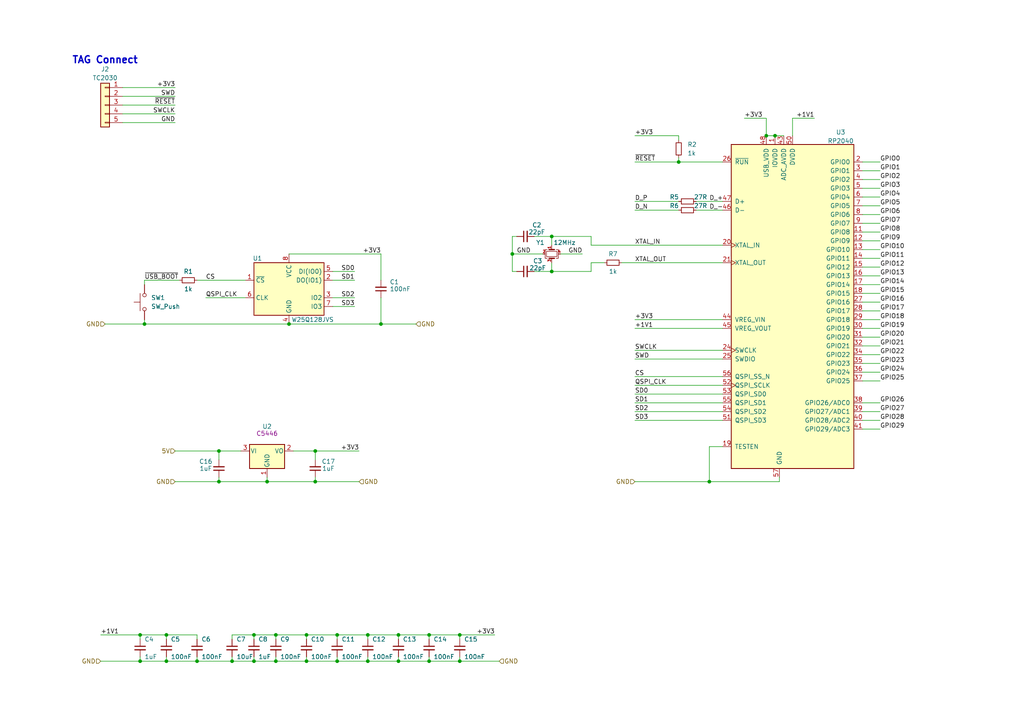
<source format=kicad_sch>
(kicad_sch
	(version 20231120)
	(generator "eeschema")
	(generator_version "8.0")
	(uuid "ba62e47e-9e07-4e97-ab08-24b670d50f97")
	(paper "A4")
	(title_block
		(title "RP2040")
		(date "2024-03-19")
		(rev "A")
		(company "MadMan")
	)
	(lib_symbols
		(symbol "Connector_Generic:Conn_01x05"
			(pin_names
				(offset 1.016) hide)
			(exclude_from_sim no)
			(in_bom yes)
			(on_board yes)
			(property "Reference" "J"
				(at 0 7.62 0)
				(effects
					(font
						(size 1.27 1.27)
					)
				)
			)
			(property "Value" "Conn_01x05"
				(at 0 -7.62 0)
				(effects
					(font
						(size 1.27 1.27)
					)
				)
			)
			(property "Footprint" ""
				(at 0 0 0)
				(effects
					(font
						(size 1.27 1.27)
					)
					(hide yes)
				)
			)
			(property "Datasheet" "~"
				(at 0 0 0)
				(effects
					(font
						(size 1.27 1.27)
					)
					(hide yes)
				)
			)
			(property "Description" "Generic connector, single row, 01x05, script generated (kicad-library-utils/schlib/autogen/connector/)"
				(at 0 0 0)
				(effects
					(font
						(size 1.27 1.27)
					)
					(hide yes)
				)
			)
			(property "ki_keywords" "connector"
				(at 0 0 0)
				(effects
					(font
						(size 1.27 1.27)
					)
					(hide yes)
				)
			)
			(property "ki_fp_filters" "Connector*:*_1x??_*"
				(at 0 0 0)
				(effects
					(font
						(size 1.27 1.27)
					)
					(hide yes)
				)
			)
			(symbol "Conn_01x05_1_1"
				(rectangle
					(start -1.27 -4.953)
					(end 0 -5.207)
					(stroke
						(width 0.1524)
						(type default)
					)
					(fill
						(type none)
					)
				)
				(rectangle
					(start -1.27 -2.413)
					(end 0 -2.667)
					(stroke
						(width 0.1524)
						(type default)
					)
					(fill
						(type none)
					)
				)
				(rectangle
					(start -1.27 0.127)
					(end 0 -0.127)
					(stroke
						(width 0.1524)
						(type default)
					)
					(fill
						(type none)
					)
				)
				(rectangle
					(start -1.27 2.667)
					(end 0 2.413)
					(stroke
						(width 0.1524)
						(type default)
					)
					(fill
						(type none)
					)
				)
				(rectangle
					(start -1.27 5.207)
					(end 0 4.953)
					(stroke
						(width 0.1524)
						(type default)
					)
					(fill
						(type none)
					)
				)
				(rectangle
					(start -1.27 6.35)
					(end 1.27 -6.35)
					(stroke
						(width 0.254)
						(type default)
					)
					(fill
						(type background)
					)
				)
				(pin passive line
					(at -5.08 5.08 0)
					(length 3.81)
					(name "Pin_1"
						(effects
							(font
								(size 1.27 1.27)
							)
						)
					)
					(number "1"
						(effects
							(font
								(size 1.27 1.27)
							)
						)
					)
				)
				(pin passive line
					(at -5.08 2.54 0)
					(length 3.81)
					(name "Pin_2"
						(effects
							(font
								(size 1.27 1.27)
							)
						)
					)
					(number "2"
						(effects
							(font
								(size 1.27 1.27)
							)
						)
					)
				)
				(pin passive line
					(at -5.08 0 0)
					(length 3.81)
					(name "Pin_3"
						(effects
							(font
								(size 1.27 1.27)
							)
						)
					)
					(number "3"
						(effects
							(font
								(size 1.27 1.27)
							)
						)
					)
				)
				(pin passive line
					(at -5.08 -2.54 0)
					(length 3.81)
					(name "Pin_4"
						(effects
							(font
								(size 1.27 1.27)
							)
						)
					)
					(number "4"
						(effects
							(font
								(size 1.27 1.27)
							)
						)
					)
				)
				(pin passive line
					(at -5.08 -5.08 0)
					(length 3.81)
					(name "Pin_5"
						(effects
							(font
								(size 1.27 1.27)
							)
						)
					)
					(number "5"
						(effects
							(font
								(size 1.27 1.27)
							)
						)
					)
				)
			)
		)
		(symbol "Device:C_Small"
			(pin_numbers hide)
			(pin_names
				(offset 0.254) hide)
			(exclude_from_sim no)
			(in_bom yes)
			(on_board yes)
			(property "Reference" "C"
				(at 0.254 1.778 0)
				(effects
					(font
						(size 1.27 1.27)
					)
					(justify left)
				)
			)
			(property "Value" "C_Small"
				(at 0.254 -2.032 0)
				(effects
					(font
						(size 1.27 1.27)
					)
					(justify left)
				)
			)
			(property "Footprint" ""
				(at 0 0 0)
				(effects
					(font
						(size 1.27 1.27)
					)
					(hide yes)
				)
			)
			(property "Datasheet" "~"
				(at 0 0 0)
				(effects
					(font
						(size 1.27 1.27)
					)
					(hide yes)
				)
			)
			(property "Description" "Unpolarized capacitor, small symbol"
				(at 0 0 0)
				(effects
					(font
						(size 1.27 1.27)
					)
					(hide yes)
				)
			)
			(property "ki_keywords" "capacitor cap"
				(at 0 0 0)
				(effects
					(font
						(size 1.27 1.27)
					)
					(hide yes)
				)
			)
			(property "ki_fp_filters" "C_*"
				(at 0 0 0)
				(effects
					(font
						(size 1.27 1.27)
					)
					(hide yes)
				)
			)
			(symbol "C_Small_0_1"
				(polyline
					(pts
						(xy -1.524 -0.508) (xy 1.524 -0.508)
					)
					(stroke
						(width 0.3302)
						(type default)
					)
					(fill
						(type none)
					)
				)
				(polyline
					(pts
						(xy -1.524 0.508) (xy 1.524 0.508)
					)
					(stroke
						(width 0.3048)
						(type default)
					)
					(fill
						(type none)
					)
				)
			)
			(symbol "C_Small_1_1"
				(pin passive line
					(at 0 2.54 270)
					(length 2.032)
					(name "~"
						(effects
							(font
								(size 1.27 1.27)
							)
						)
					)
					(number "1"
						(effects
							(font
								(size 1.27 1.27)
							)
						)
					)
				)
				(pin passive line
					(at 0 -2.54 90)
					(length 2.032)
					(name "~"
						(effects
							(font
								(size 1.27 1.27)
							)
						)
					)
					(number "2"
						(effects
							(font
								(size 1.27 1.27)
							)
						)
					)
				)
			)
		)
		(symbol "Device:Crystal_GND24_Small"
			(pin_names
				(offset 1.016) hide)
			(exclude_from_sim no)
			(in_bom yes)
			(on_board yes)
			(property "Reference" "Y"
				(at 1.27 4.445 0)
				(effects
					(font
						(size 1.27 1.27)
					)
					(justify left)
				)
			)
			(property "Value" "Crystal_GND24_Small"
				(at 1.27 2.54 0)
				(effects
					(font
						(size 1.27 1.27)
					)
					(justify left)
				)
			)
			(property "Footprint" ""
				(at 0 0 0)
				(effects
					(font
						(size 1.27 1.27)
					)
					(hide yes)
				)
			)
			(property "Datasheet" "~"
				(at 0 0 0)
				(effects
					(font
						(size 1.27 1.27)
					)
					(hide yes)
				)
			)
			(property "Description" "Four pin crystal, GND on pins 2 and 4, small symbol"
				(at 0 0 0)
				(effects
					(font
						(size 1.27 1.27)
					)
					(hide yes)
				)
			)
			(property "ki_keywords" "quartz ceramic resonator oscillator"
				(at 0 0 0)
				(effects
					(font
						(size 1.27 1.27)
					)
					(hide yes)
				)
			)
			(property "ki_fp_filters" "Crystal*"
				(at 0 0 0)
				(effects
					(font
						(size 1.27 1.27)
					)
					(hide yes)
				)
			)
			(symbol "Crystal_GND24_Small_0_1"
				(rectangle
					(start -0.762 -1.524)
					(end 0.762 1.524)
					(stroke
						(width 0)
						(type default)
					)
					(fill
						(type none)
					)
				)
				(polyline
					(pts
						(xy -1.27 -0.762) (xy -1.27 0.762)
					)
					(stroke
						(width 0.381)
						(type default)
					)
					(fill
						(type none)
					)
				)
				(polyline
					(pts
						(xy 1.27 -0.762) (xy 1.27 0.762)
					)
					(stroke
						(width 0.381)
						(type default)
					)
					(fill
						(type none)
					)
				)
				(polyline
					(pts
						(xy -1.27 -1.27) (xy -1.27 -1.905) (xy 1.27 -1.905) (xy 1.27 -1.27)
					)
					(stroke
						(width 0)
						(type default)
					)
					(fill
						(type none)
					)
				)
				(polyline
					(pts
						(xy -1.27 1.27) (xy -1.27 1.905) (xy 1.27 1.905) (xy 1.27 1.27)
					)
					(stroke
						(width 0)
						(type default)
					)
					(fill
						(type none)
					)
				)
			)
			(symbol "Crystal_GND24_Small_1_1"
				(pin passive line
					(at -2.54 0 0)
					(length 1.27)
					(name "1"
						(effects
							(font
								(size 1.27 1.27)
							)
						)
					)
					(number "1"
						(effects
							(font
								(size 0.762 0.762)
							)
						)
					)
				)
				(pin passive line
					(at 0 -2.54 90)
					(length 0.635)
					(name "2"
						(effects
							(font
								(size 1.27 1.27)
							)
						)
					)
					(number "2"
						(effects
							(font
								(size 0.762 0.762)
							)
						)
					)
				)
				(pin passive line
					(at 2.54 0 180)
					(length 1.27)
					(name "3"
						(effects
							(font
								(size 1.27 1.27)
							)
						)
					)
					(number "3"
						(effects
							(font
								(size 0.762 0.762)
							)
						)
					)
				)
				(pin passive line
					(at 0 2.54 270)
					(length 0.635)
					(name "4"
						(effects
							(font
								(size 1.27 1.27)
							)
						)
					)
					(number "4"
						(effects
							(font
								(size 0.762 0.762)
							)
						)
					)
				)
			)
		)
		(symbol "Device:R_Small"
			(pin_numbers hide)
			(pin_names
				(offset 0.254) hide)
			(exclude_from_sim no)
			(in_bom yes)
			(on_board yes)
			(property "Reference" "R"
				(at 0.762 0.508 0)
				(effects
					(font
						(size 1.27 1.27)
					)
					(justify left)
				)
			)
			(property "Value" "R_Small"
				(at 0.762 -1.016 0)
				(effects
					(font
						(size 1.27 1.27)
					)
					(justify left)
				)
			)
			(property "Footprint" ""
				(at 0 0 0)
				(effects
					(font
						(size 1.27 1.27)
					)
					(hide yes)
				)
			)
			(property "Datasheet" "~"
				(at 0 0 0)
				(effects
					(font
						(size 1.27 1.27)
					)
					(hide yes)
				)
			)
			(property "Description" "Resistor, small symbol"
				(at 0 0 0)
				(effects
					(font
						(size 1.27 1.27)
					)
					(hide yes)
				)
			)
			(property "ki_keywords" "R resistor"
				(at 0 0 0)
				(effects
					(font
						(size 1.27 1.27)
					)
					(hide yes)
				)
			)
			(property "ki_fp_filters" "R_*"
				(at 0 0 0)
				(effects
					(font
						(size 1.27 1.27)
					)
					(hide yes)
				)
			)
			(symbol "R_Small_0_1"
				(rectangle
					(start -0.762 1.778)
					(end 0.762 -1.778)
					(stroke
						(width 0.2032)
						(type default)
					)
					(fill
						(type none)
					)
				)
			)
			(symbol "R_Small_1_1"
				(pin passive line
					(at 0 2.54 270)
					(length 0.762)
					(name "~"
						(effects
							(font
								(size 1.27 1.27)
							)
						)
					)
					(number "1"
						(effects
							(font
								(size 1.27 1.27)
							)
						)
					)
				)
				(pin passive line
					(at 0 -2.54 90)
					(length 0.762)
					(name "~"
						(effects
							(font
								(size 1.27 1.27)
							)
						)
					)
					(number "2"
						(effects
							(font
								(size 1.27 1.27)
							)
						)
					)
				)
			)
		)
		(symbol "Memory_Flash:W25Q128JVS"
			(exclude_from_sim no)
			(in_bom yes)
			(on_board yes)
			(property "Reference" "U"
				(at -8.89 8.89 0)
				(effects
					(font
						(size 1.27 1.27)
					)
				)
			)
			(property "Value" "W25Q128JVS"
				(at 7.62 8.89 0)
				(effects
					(font
						(size 1.27 1.27)
					)
				)
			)
			(property "Footprint" "Package_SO:SOIC-8_5.23x5.23mm_P1.27mm"
				(at 0 0 0)
				(effects
					(font
						(size 1.27 1.27)
					)
					(hide yes)
				)
			)
			(property "Datasheet" "http://www.winbond.com/resource-files/w25q128jv_dtr%20revc%2003272018%20plus.pdf"
				(at 0 0 0)
				(effects
					(font
						(size 1.27 1.27)
					)
					(hide yes)
				)
			)
			(property "Description" "128Mb Serial Flash Memory, Standard/Dual/Quad SPI, SOIC-8"
				(at 0 0 0)
				(effects
					(font
						(size 1.27 1.27)
					)
					(hide yes)
				)
			)
			(property "ki_keywords" "flash memory SPI QPI DTR"
				(at 0 0 0)
				(effects
					(font
						(size 1.27 1.27)
					)
					(hide yes)
				)
			)
			(property "ki_fp_filters" "SOIC*5.23x5.23mm*P1.27mm*"
				(at 0 0 0)
				(effects
					(font
						(size 1.27 1.27)
					)
					(hide yes)
				)
			)
			(symbol "W25Q128JVS_0_1"
				(rectangle
					(start -10.16 7.62)
					(end 10.16 -7.62)
					(stroke
						(width 0.254)
						(type default)
					)
					(fill
						(type background)
					)
				)
			)
			(symbol "W25Q128JVS_1_1"
				(pin input line
					(at -12.7 2.54 0)
					(length 2.54)
					(name "~{CS}"
						(effects
							(font
								(size 1.27 1.27)
							)
						)
					)
					(number "1"
						(effects
							(font
								(size 1.27 1.27)
							)
						)
					)
				)
				(pin bidirectional line
					(at 12.7 2.54 180)
					(length 2.54)
					(name "DO(IO1)"
						(effects
							(font
								(size 1.27 1.27)
							)
						)
					)
					(number "2"
						(effects
							(font
								(size 1.27 1.27)
							)
						)
					)
				)
				(pin bidirectional line
					(at 12.7 -2.54 180)
					(length 2.54)
					(name "IO2"
						(effects
							(font
								(size 1.27 1.27)
							)
						)
					)
					(number "3"
						(effects
							(font
								(size 1.27 1.27)
							)
						)
					)
				)
				(pin power_in line
					(at 0 -10.16 90)
					(length 2.54)
					(name "GND"
						(effects
							(font
								(size 1.27 1.27)
							)
						)
					)
					(number "4"
						(effects
							(font
								(size 1.27 1.27)
							)
						)
					)
				)
				(pin bidirectional line
					(at 12.7 5.08 180)
					(length 2.54)
					(name "DI(IO0)"
						(effects
							(font
								(size 1.27 1.27)
							)
						)
					)
					(number "5"
						(effects
							(font
								(size 1.27 1.27)
							)
						)
					)
				)
				(pin input line
					(at -12.7 -2.54 0)
					(length 2.54)
					(name "CLK"
						(effects
							(font
								(size 1.27 1.27)
							)
						)
					)
					(number "6"
						(effects
							(font
								(size 1.27 1.27)
							)
						)
					)
				)
				(pin bidirectional line
					(at 12.7 -5.08 180)
					(length 2.54)
					(name "IO3"
						(effects
							(font
								(size 1.27 1.27)
							)
						)
					)
					(number "7"
						(effects
							(font
								(size 1.27 1.27)
							)
						)
					)
				)
				(pin power_in line
					(at 0 10.16 270)
					(length 2.54)
					(name "VCC"
						(effects
							(font
								(size 1.27 1.27)
							)
						)
					)
					(number "8"
						(effects
							(font
								(size 1.27 1.27)
							)
						)
					)
				)
			)
		)
		(symbol "Sleep-lib:RP2040"
			(pin_names
				(offset 1.016)
			)
			(exclude_from_sim no)
			(in_bom yes)
			(on_board yes)
			(property "Reference" "U"
				(at 8.89 51.435 0)
				(effects
					(font
						(size 1.27 1.27)
					)
					(justify left bottom)
				)
			)
			(property "Value" "RP2040"
				(at 8.89 48.895 0)
				(effects
					(font
						(size 1.27 1.27)
					)
					(justify left bottom)
				)
			)
			(property "Footprint" "Sleep-Lib:RP2040-QFN-56"
				(at -20.32 62.23 0)
				(effects
					(font
						(size 1.27 1.27)
					)
					(justify left bottom)
					(hide yes)
				)
			)
			(property "Datasheet" "https://datasheets.raspberrypi.com/rp2040/rp2040-datasheet.pdf"
				(at -20.32 62.23 0)
				(effects
					(font
						(size 1.27 1.27)
					)
					(justify left bottom)
					(hide yes)
				)
			)
			(property "Description" ""
				(at 0 0 0)
				(effects
					(font
						(size 1.27 1.27)
					)
					(hide yes)
				)
			)
			(property "ki_keywords" "raspberry pi 2040"
				(at 0 0 0)
				(effects
					(font
						(size 1.27 1.27)
					)
					(hide yes)
				)
			)
			(symbol "RP2040_0_0"
				(rectangle
					(start -17.78 -45.72)
					(end 17.78 48.26)
					(stroke
						(width 0.254)
						(type default)
					)
					(fill
						(type background)
					)
				)
			)
			(symbol "RP2040_1_1"
				(pin power_in line
					(at -5.08 50.8 270)
					(length 2.54)
					(name "IOVDD"
						(effects
							(font
								(size 1.27 1.27)
							)
						)
					)
					(number "1"
						(effects
							(font
								(size 1.27 1.27)
							)
						)
					)
				)
				(pin power_in line
					(at -5.08 50.8 270)
					(length 2.54) hide
					(name "IOVDD"
						(effects
							(font
								(size 1.27 1.27)
							)
						)
					)
					(number "10"
						(effects
							(font
								(size 1.27 1.27)
							)
						)
					)
				)
				(pin input line
					(at 20.32 22.86 180)
					(length 2.54)
					(name "GPIO8"
						(effects
							(font
								(size 1.27 1.27)
							)
						)
					)
					(number "11"
						(effects
							(font
								(size 1.27 1.27)
							)
						)
					)
				)
				(pin input line
					(at 20.32 20.32 180)
					(length 2.54)
					(name "GPIO9"
						(effects
							(font
								(size 1.27 1.27)
							)
						)
					)
					(number "12"
						(effects
							(font
								(size 1.27 1.27)
							)
						)
					)
				)
				(pin input line
					(at 20.32 17.78 180)
					(length 2.54)
					(name "GPIO10"
						(effects
							(font
								(size 1.27 1.27)
							)
						)
					)
					(number "13"
						(effects
							(font
								(size 1.27 1.27)
							)
						)
					)
				)
				(pin input line
					(at 20.32 15.24 180)
					(length 2.54)
					(name "GPIO11"
						(effects
							(font
								(size 1.27 1.27)
							)
						)
					)
					(number "14"
						(effects
							(font
								(size 1.27 1.27)
							)
						)
					)
				)
				(pin input line
					(at 20.32 12.7 180)
					(length 2.54)
					(name "GPIO12"
						(effects
							(font
								(size 1.27 1.27)
							)
						)
					)
					(number "15"
						(effects
							(font
								(size 1.27 1.27)
							)
						)
					)
				)
				(pin input line
					(at 20.32 10.16 180)
					(length 2.54)
					(name "GPIO13"
						(effects
							(font
								(size 1.27 1.27)
							)
						)
					)
					(number "16"
						(effects
							(font
								(size 1.27 1.27)
							)
						)
					)
				)
				(pin input line
					(at 20.32 7.62 180)
					(length 2.54)
					(name "GPIO14"
						(effects
							(font
								(size 1.27 1.27)
							)
						)
					)
					(number "17"
						(effects
							(font
								(size 1.27 1.27)
							)
						)
					)
				)
				(pin input line
					(at 20.32 5.08 180)
					(length 2.54)
					(name "GPIO15"
						(effects
							(font
								(size 1.27 1.27)
							)
						)
					)
					(number "18"
						(effects
							(font
								(size 1.27 1.27)
							)
						)
					)
				)
				(pin input line
					(at -20.32 -39.37 0)
					(length 2.54)
					(name "TESTEN"
						(effects
							(font
								(size 1.27 1.27)
							)
						)
					)
					(number "19"
						(effects
							(font
								(size 1.27 1.27)
							)
						)
					)
				)
				(pin input line
					(at 20.32 43.18 180)
					(length 2.54)
					(name "GPIO0"
						(effects
							(font
								(size 1.27 1.27)
							)
						)
					)
					(number "2"
						(effects
							(font
								(size 1.27 1.27)
							)
						)
					)
				)
				(pin input clock
					(at -20.32 19.05 0)
					(length 2.54)
					(name "XTAL_IN"
						(effects
							(font
								(size 1.27 1.27)
							)
						)
					)
					(number "20"
						(effects
							(font
								(size 1.27 1.27)
							)
						)
					)
				)
				(pin input clock
					(at -20.32 13.97 0)
					(length 2.54)
					(name "XTAL_OUT"
						(effects
							(font
								(size 1.27 1.27)
							)
						)
					)
					(number "21"
						(effects
							(font
								(size 1.27 1.27)
							)
						)
					)
				)
				(pin power_in line
					(at -5.08 50.8 270)
					(length 2.54) hide
					(name "IOVDD"
						(effects
							(font
								(size 1.27 1.27)
							)
						)
					)
					(number "22"
						(effects
							(font
								(size 1.27 1.27)
							)
						)
					)
				)
				(pin power_in line
					(at 0 50.8 270)
					(length 2.54) hide
					(name "DVDD"
						(effects
							(font
								(size 1.27 1.27)
							)
						)
					)
					(number "23"
						(effects
							(font
								(size 1.27 1.27)
							)
						)
					)
				)
				(pin input clock
					(at -20.32 -11.43 0)
					(length 2.54)
					(name "SWCLK"
						(effects
							(font
								(size 1.27 1.27)
							)
						)
					)
					(number "24"
						(effects
							(font
								(size 1.27 1.27)
							)
						)
					)
				)
				(pin bidirectional line
					(at -20.32 -13.97 0)
					(length 2.54)
					(name "SWDIO"
						(effects
							(font
								(size 1.27 1.27)
							)
						)
					)
					(number "25"
						(effects
							(font
								(size 1.27 1.27)
							)
						)
					)
				)
				(pin input line
					(at -20.32 43.18 0)
					(length 2.54)
					(name "~{RUN}"
						(effects
							(font
								(size 1.27 1.27)
							)
						)
					)
					(number "26"
						(effects
							(font
								(size 1.27 1.27)
							)
						)
					)
				)
				(pin input line
					(at 20.32 2.54 180)
					(length 2.54)
					(name "GPIO16"
						(effects
							(font
								(size 1.27 1.27)
							)
						)
					)
					(number "27"
						(effects
							(font
								(size 1.27 1.27)
							)
						)
					)
				)
				(pin input line
					(at 20.32 0 180)
					(length 2.54)
					(name "GPIO17"
						(effects
							(font
								(size 1.27 1.27)
							)
						)
					)
					(number "28"
						(effects
							(font
								(size 1.27 1.27)
							)
						)
					)
				)
				(pin input line
					(at 20.32 -2.54 180)
					(length 2.54)
					(name "GPIO18"
						(effects
							(font
								(size 1.27 1.27)
							)
						)
					)
					(number "29"
						(effects
							(font
								(size 1.27 1.27)
							)
						)
					)
				)
				(pin input line
					(at 20.32 40.64 180)
					(length 2.54)
					(name "GPIO1"
						(effects
							(font
								(size 1.27 1.27)
							)
						)
					)
					(number "3"
						(effects
							(font
								(size 1.27 1.27)
							)
						)
					)
				)
				(pin input line
					(at 20.32 -5.08 180)
					(length 2.54)
					(name "GPIO19"
						(effects
							(font
								(size 1.27 1.27)
							)
						)
					)
					(number "30"
						(effects
							(font
								(size 1.27 1.27)
							)
						)
					)
				)
				(pin input line
					(at 20.32 -7.62 180)
					(length 2.54)
					(name "GPIO20"
						(effects
							(font
								(size 1.27 1.27)
							)
						)
					)
					(number "31"
						(effects
							(font
								(size 1.27 1.27)
							)
						)
					)
				)
				(pin input line
					(at 20.32 -10.16 180)
					(length 2.54)
					(name "GPIO21"
						(effects
							(font
								(size 1.27 1.27)
							)
						)
					)
					(number "32"
						(effects
							(font
								(size 1.27 1.27)
							)
						)
					)
				)
				(pin power_in line
					(at -5.08 50.8 270)
					(length 2.54) hide
					(name "IOVDD"
						(effects
							(font
								(size 1.27 1.27)
							)
						)
					)
					(number "33"
						(effects
							(font
								(size 1.27 1.27)
							)
						)
					)
				)
				(pin input line
					(at 20.32 -12.7 180)
					(length 2.54)
					(name "GPIO22"
						(effects
							(font
								(size 1.27 1.27)
							)
						)
					)
					(number "34"
						(effects
							(font
								(size 1.27 1.27)
							)
						)
					)
				)
				(pin input line
					(at 20.32 -15.24 180)
					(length 2.54)
					(name "GPIO23"
						(effects
							(font
								(size 1.27 1.27)
							)
						)
					)
					(number "35"
						(effects
							(font
								(size 1.27 1.27)
							)
						)
					)
				)
				(pin input line
					(at 20.32 -17.78 180)
					(length 2.54)
					(name "GPIO24"
						(effects
							(font
								(size 1.27 1.27)
							)
						)
					)
					(number "36"
						(effects
							(font
								(size 1.27 1.27)
							)
						)
					)
				)
				(pin input line
					(at 20.32 -20.32 180)
					(length 2.54)
					(name "GPIO25"
						(effects
							(font
								(size 1.27 1.27)
							)
						)
					)
					(number "37"
						(effects
							(font
								(size 1.27 1.27)
							)
						)
					)
				)
				(pin input line
					(at 20.32 -26.67 180)
					(length 2.54)
					(name "GPIO26/ADC0"
						(effects
							(font
								(size 1.27 1.27)
							)
						)
					)
					(number "38"
						(effects
							(font
								(size 1.27 1.27)
							)
						)
					)
				)
				(pin input line
					(at 20.32 -29.21 180)
					(length 2.54)
					(name "GPIO27/ADC1"
						(effects
							(font
								(size 1.27 1.27)
							)
						)
					)
					(number "39"
						(effects
							(font
								(size 1.27 1.27)
							)
						)
					)
				)
				(pin input line
					(at 20.32 38.1 180)
					(length 2.54)
					(name "GPIO2"
						(effects
							(font
								(size 1.27 1.27)
							)
						)
					)
					(number "4"
						(effects
							(font
								(size 1.27 1.27)
							)
						)
					)
				)
				(pin input line
					(at 20.32 -31.75 180)
					(length 2.54)
					(name "GPIO28/ADC2"
						(effects
							(font
								(size 1.27 1.27)
							)
						)
					)
					(number "40"
						(effects
							(font
								(size 1.27 1.27)
							)
						)
					)
				)
				(pin input line
					(at 20.32 -34.29 180)
					(length 2.54)
					(name "GPIO29/ADC3"
						(effects
							(font
								(size 1.27 1.27)
							)
						)
					)
					(number "41"
						(effects
							(font
								(size 1.27 1.27)
							)
						)
					)
				)
				(pin power_in line
					(at -5.08 50.8 270)
					(length 2.54) hide
					(name "IOVDD"
						(effects
							(font
								(size 1.27 1.27)
							)
						)
					)
					(number "42"
						(effects
							(font
								(size 1.27 1.27)
							)
						)
					)
				)
				(pin power_in line
					(at -2.54 50.8 270)
					(length 2.54)
					(name "ADC_AVDD"
						(effects
							(font
								(size 1.27 1.27)
							)
						)
					)
					(number "43"
						(effects
							(font
								(size 1.27 1.27)
							)
						)
					)
				)
				(pin power_in line
					(at -20.32 -2.54 0)
					(length 2.54)
					(name "VREG_VIN"
						(effects
							(font
								(size 1.27 1.27)
							)
						)
					)
					(number "44"
						(effects
							(font
								(size 1.27 1.27)
							)
						)
					)
				)
				(pin power_out line
					(at -20.32 -5.08 0)
					(length 2.54)
					(name "VREG_VOUT"
						(effects
							(font
								(size 1.27 1.27)
							)
						)
					)
					(number "45"
						(effects
							(font
								(size 1.27 1.27)
							)
						)
					)
				)
				(pin bidirectional line
					(at -20.32 29.21 0)
					(length 2.54)
					(name "D-"
						(effects
							(font
								(size 1.27 1.27)
							)
						)
					)
					(number "46"
						(effects
							(font
								(size 1.27 1.27)
							)
						)
					)
				)
				(pin bidirectional line
					(at -20.32 31.75 0)
					(length 2.54)
					(name "D+"
						(effects
							(font
								(size 1.27 1.27)
							)
						)
					)
					(number "47"
						(effects
							(font
								(size 1.27 1.27)
							)
						)
					)
				)
				(pin power_in line
					(at -7.62 50.8 270)
					(length 2.54)
					(name "USB_VDD"
						(effects
							(font
								(size 1.27 1.27)
							)
						)
					)
					(number "48"
						(effects
							(font
								(size 1.27 1.27)
							)
						)
					)
				)
				(pin power_in line
					(at -5.08 50.8 270)
					(length 2.54) hide
					(name "IOVDD"
						(effects
							(font
								(size 1.27 1.27)
							)
						)
					)
					(number "49"
						(effects
							(font
								(size 1.27 1.27)
							)
						)
					)
				)
				(pin input line
					(at 20.32 35.56 180)
					(length 2.54)
					(name "GPIO3"
						(effects
							(font
								(size 1.27 1.27)
							)
						)
					)
					(number "5"
						(effects
							(font
								(size 1.27 1.27)
							)
						)
					)
				)
				(pin power_in line
					(at 0 50.8 270)
					(length 2.54)
					(name "DVDD"
						(effects
							(font
								(size 1.27 1.27)
							)
						)
					)
					(number "50"
						(effects
							(font
								(size 1.27 1.27)
							)
						)
					)
				)
				(pin bidirectional line
					(at -20.32 -31.75 0)
					(length 2.54)
					(name "QSPI_SD3"
						(effects
							(font
								(size 1.27 1.27)
							)
						)
					)
					(number "51"
						(effects
							(font
								(size 1.27 1.27)
							)
						)
					)
				)
				(pin input clock
					(at -20.32 -21.59 0)
					(length 2.54)
					(name "QSPI_SCLK"
						(effects
							(font
								(size 1.27 1.27)
							)
						)
					)
					(number "52"
						(effects
							(font
								(size 1.27 1.27)
							)
						)
					)
				)
				(pin bidirectional line
					(at -20.32 -24.13 0)
					(length 2.54)
					(name "QSPI_SD0"
						(effects
							(font
								(size 1.27 1.27)
							)
						)
					)
					(number "53"
						(effects
							(font
								(size 1.27 1.27)
							)
						)
					)
				)
				(pin bidirectional line
					(at -20.32 -29.21 0)
					(length 2.54)
					(name "QSPI_SD2"
						(effects
							(font
								(size 1.27 1.27)
							)
						)
					)
					(number "54"
						(effects
							(font
								(size 1.27 1.27)
							)
						)
					)
				)
				(pin bidirectional line
					(at -20.32 -26.67 0)
					(length 2.54)
					(name "QSPI_SD1"
						(effects
							(font
								(size 1.27 1.27)
							)
						)
					)
					(number "55"
						(effects
							(font
								(size 1.27 1.27)
							)
						)
					)
				)
				(pin bidirectional line
					(at -20.32 -19.05 0)
					(length 2.54)
					(name "QSPI_SS_N"
						(effects
							(font
								(size 1.27 1.27)
							)
						)
					)
					(number "56"
						(effects
							(font
								(size 1.27 1.27)
							)
						)
					)
				)
				(pin power_in line
					(at -3.81 -48.26 90)
					(length 2.54)
					(name "GND"
						(effects
							(font
								(size 1.27 1.27)
							)
						)
					)
					(number "57"
						(effects
							(font
								(size 1.27 1.27)
							)
						)
					)
				)
				(pin input line
					(at 20.32 33.02 180)
					(length 2.54)
					(name "GPIO4"
						(effects
							(font
								(size 1.27 1.27)
							)
						)
					)
					(number "6"
						(effects
							(font
								(size 1.27 1.27)
							)
						)
					)
				)
				(pin input line
					(at 20.32 30.48 180)
					(length 2.54)
					(name "GPIO5"
						(effects
							(font
								(size 1.27 1.27)
							)
						)
					)
					(number "7"
						(effects
							(font
								(size 1.27 1.27)
							)
						)
					)
				)
				(pin input line
					(at 20.32 27.94 180)
					(length 2.54)
					(name "GPIO6"
						(effects
							(font
								(size 1.27 1.27)
							)
						)
					)
					(number "8"
						(effects
							(font
								(size 1.27 1.27)
							)
						)
					)
				)
				(pin input line
					(at 20.32 25.4 180)
					(length 2.54)
					(name "GPIO7"
						(effects
							(font
								(size 1.27 1.27)
							)
						)
					)
					(number "9"
						(effects
							(font
								(size 1.27 1.27)
							)
						)
					)
				)
			)
		)
		(symbol "Switch:SW_Push"
			(pin_numbers hide)
			(pin_names
				(offset 1.016) hide)
			(exclude_from_sim no)
			(in_bom yes)
			(on_board yes)
			(property "Reference" "SW"
				(at 1.27 2.54 0)
				(effects
					(font
						(size 1.27 1.27)
					)
					(justify left)
				)
			)
			(property "Value" "SW_Push"
				(at 0 -1.524 0)
				(effects
					(font
						(size 1.27 1.27)
					)
				)
			)
			(property "Footprint" ""
				(at 0 5.08 0)
				(effects
					(font
						(size 1.27 1.27)
					)
					(hide yes)
				)
			)
			(property "Datasheet" "~"
				(at 0 5.08 0)
				(effects
					(font
						(size 1.27 1.27)
					)
					(hide yes)
				)
			)
			(property "Description" "Push button switch, generic, two pins"
				(at 0 0 0)
				(effects
					(font
						(size 1.27 1.27)
					)
					(hide yes)
				)
			)
			(property "ki_keywords" "switch normally-open pushbutton push-button"
				(at 0 0 0)
				(effects
					(font
						(size 1.27 1.27)
					)
					(hide yes)
				)
			)
			(symbol "SW_Push_0_1"
				(circle
					(center -2.032 0)
					(radius 0.508)
					(stroke
						(width 0)
						(type default)
					)
					(fill
						(type none)
					)
				)
				(polyline
					(pts
						(xy 0 1.27) (xy 0 3.048)
					)
					(stroke
						(width 0)
						(type default)
					)
					(fill
						(type none)
					)
				)
				(polyline
					(pts
						(xy 2.54 1.27) (xy -2.54 1.27)
					)
					(stroke
						(width 0)
						(type default)
					)
					(fill
						(type none)
					)
				)
				(circle
					(center 2.032 0)
					(radius 0.508)
					(stroke
						(width 0)
						(type default)
					)
					(fill
						(type none)
					)
				)
				(pin passive line
					(at -5.08 0 0)
					(length 2.54)
					(name "1"
						(effects
							(font
								(size 1.27 1.27)
							)
						)
					)
					(number "1"
						(effects
							(font
								(size 1.27 1.27)
							)
						)
					)
				)
				(pin passive line
					(at 5.08 0 180)
					(length 2.54)
					(name "2"
						(effects
							(font
								(size 1.27 1.27)
							)
						)
					)
					(number "2"
						(effects
							(font
								(size 1.27 1.27)
							)
						)
					)
				)
			)
		)
		(symbol "kicad-keyboard-parts:XC6206PxxxMR-Regulator_Linear"
			(pin_names
				(offset 0.254)
			)
			(exclude_from_sim no)
			(in_bom yes)
			(on_board yes)
			(property "Reference" "U"
				(at -3.81 3.175 0)
				(effects
					(font
						(size 1.27 1.27)
					)
				)
			)
			(property "Value" "XC6206PxxxMR-Regulator_Linear"
				(at 0 3.175 0)
				(effects
					(font
						(size 1.27 1.27)
					)
					(justify left)
				)
			)
			(property "Footprint" "Package_TO_SOT_SMD:SOT-23"
				(at 0 5.715 0)
				(effects
					(font
						(size 1.27 1.27)
						(italic yes)
					)
					(hide yes)
				)
			)
			(property "Datasheet" "https://www.torexsemi.com/file/xc6206/XC6206.pdf"
				(at 0 0 0)
				(effects
					(font
						(size 1.27 1.27)
					)
					(hide yes)
				)
			)
			(property "Description" "SMD LDO regulator family"
				(at 0 0 0)
				(effects
					(font
						(size 1.27 1.27)
					)
					(hide yes)
				)
			)
			(property "LCSC" "C5446"
				(at 0 0 0)
				(effects
					(font
						(size 1.27 1.27)
					)
				)
			)
			(property "ki_keywords" "LDO voltage regulator"
				(at 0 0 0)
				(effects
					(font
						(size 1.27 1.27)
					)
					(hide yes)
				)
			)
			(property "ki_fp_filters" "SOT?23*"
				(at 0 0 0)
				(effects
					(font
						(size 1.27 1.27)
					)
					(hide yes)
				)
			)
			(symbol "XC6206PxxxMR-Regulator_Linear_0_1"
				(rectangle
					(start -5.08 1.905)
					(end 5.08 -5.08)
					(stroke
						(width 0.254)
						(type default)
					)
					(fill
						(type background)
					)
				)
			)
			(symbol "XC6206PxxxMR-Regulator_Linear_1_1"
				(pin power_in line
					(at 0 -7.62 90)
					(length 2.54)
					(name "GND"
						(effects
							(font
								(size 1.27 1.27)
							)
						)
					)
					(number "1"
						(effects
							(font
								(size 1.27 1.27)
							)
						)
					)
				)
				(pin power_out line
					(at 7.62 0 180)
					(length 2.54)
					(name "VO"
						(effects
							(font
								(size 1.27 1.27)
							)
						)
					)
					(number "2"
						(effects
							(font
								(size 1.27 1.27)
							)
						)
					)
				)
				(pin power_in line
					(at -7.62 0 0)
					(length 2.54)
					(name "VI"
						(effects
							(font
								(size 1.27 1.27)
							)
						)
					)
					(number "3"
						(effects
							(font
								(size 1.27 1.27)
							)
						)
					)
				)
			)
		)
	)
	(junction
		(at 160.02 78.74)
		(diameter 0)
		(color 0 0 0 0)
		(uuid "01da7906-7d6e-4655-8fcf-47a70a9de100")
	)
	(junction
		(at 48.26 184.15)
		(diameter 0)
		(color 0 0 0 0)
		(uuid "0e8c187c-773a-450d-bb12-521783a53197")
	)
	(junction
		(at 224.79 39.37)
		(diameter 0)
		(color 0 0 0 0)
		(uuid "0e8f7fc0-2ef2-4b90-9c15-8a3a601ee459")
	)
	(junction
		(at 40.64 191.77)
		(diameter 0)
		(color 0 0 0 0)
		(uuid "11f8f90f-d4a1-4b7b-81e4-0e49bf24f45a")
	)
	(junction
		(at 160.02 68.58)
		(diameter 0)
		(color 0 0 0 0)
		(uuid "19070aa5-e474-425e-8210-2f58679f6f9f")
	)
	(junction
		(at 205.74 139.7)
		(diameter 0)
		(color 0 0 0 0)
		(uuid "20657b24-3a2a-4fa0-892a-193019c1a145")
	)
	(junction
		(at 80.01 191.77)
		(diameter 0)
		(color 0 0 0 0)
		(uuid "20c315f4-1e4f-49aa-8d61-778a7389df7e")
	)
	(junction
		(at 110.49 93.98)
		(diameter 0)
		(color 0 0 0 0)
		(uuid "24e8dd27-5b9b-4aa3-8c14-7881e13303f2")
	)
	(junction
		(at 133.35 184.15)
		(diameter 0)
		(color 0 0 0 0)
		(uuid "26953590-7a23-45d1-bac8-cbf75d64304e")
	)
	(junction
		(at 97.79 191.77)
		(diameter 0)
		(color 0 0 0 0)
		(uuid "27d56953-c620-4d5b-9c1c-e48bc3d9684a")
	)
	(junction
		(at 97.79 184.15)
		(diameter 0)
		(color 0 0 0 0)
		(uuid "29195ea4-8218-44a1-b4bf-466bee0082e4")
	)
	(junction
		(at 106.68 191.77)
		(diameter 0)
		(color 0 0 0 0)
		(uuid "29e058a7-50a3-43e5-81c3-bfee53da08be")
	)
	(junction
		(at 196.85 46.99)
		(diameter 0)
		(color 0 0 0 0)
		(uuid "2e842263-c0ba-46fd-a760-6624d4c78278")
	)
	(junction
		(at 115.57 184.15)
		(diameter 0)
		(color 0 0 0 0)
		(uuid "309b3bff-19c8-41ec-a84d-63399c649f46")
	)
	(junction
		(at 148.59 73.66)
		(diameter 0)
		(color 0 0 0 0)
		(uuid "37fbeda2-b41d-45ca-ad92-df01f8c547fb")
	)
	(junction
		(at 106.68 184.15)
		(diameter 0)
		(color 0 0 0 0)
		(uuid "382ca670-6ae8-4de6-90f9-f241d1337171")
	)
	(junction
		(at 115.57 191.77)
		(diameter 0)
		(color 0 0 0 0)
		(uuid "3fd54105-4b7e-4004-9801-76ec66108a22")
	)
	(junction
		(at 48.26 191.77)
		(diameter 0)
		(color 0 0 0 0)
		(uuid "47a0add3-bc04-4315-bdee-074eed636bf4")
	)
	(junction
		(at 83.82 93.98)
		(diameter 0)
		(color 0 0 0 0)
		(uuid "5a2d059b-0ac4-4b5d-92d1-48dcb0f4b10c")
	)
	(junction
		(at 73.66 184.15)
		(diameter 0)
		(color 0 0 0 0)
		(uuid "5b2815b2-0747-4b84-b345-2ae71417a219")
	)
	(junction
		(at 63.5 139.7)
		(diameter 0)
		(color 0 0 0 0)
		(uuid "6359f61e-6b8e-45fa-a080-a74968f02f01")
	)
	(junction
		(at 91.44 139.7)
		(diameter 0)
		(color 0 0 0 0)
		(uuid "6ae51842-c9c0-459c-b2c4-12938df73596")
	)
	(junction
		(at 57.15 191.77)
		(diameter 0)
		(color 0 0 0 0)
		(uuid "6b0c4f2f-bffb-48f3-9d94-257506ce2ce7")
	)
	(junction
		(at 40.64 184.15)
		(diameter 0)
		(color 0 0 0 0)
		(uuid "6cda416f-a54c-4640-bdca-2391278cc25b")
	)
	(junction
		(at 80.01 184.15)
		(diameter 0)
		(color 0 0 0 0)
		(uuid "6fd4442e-30b3-428b-9306-61418a63d311")
	)
	(junction
		(at 63.5 130.81)
		(diameter 0)
		(color 0 0 0 0)
		(uuid "74abf28b-bd2f-47f0-b999-4c20ae8188c7")
	)
	(junction
		(at 67.31 191.77)
		(diameter 0)
		(color 0 0 0 0)
		(uuid "7f26383b-715e-4e73-ae2f-f3f96664606e")
	)
	(junction
		(at 77.47 139.7)
		(diameter 0.9144)
		(color 0 0 0 0)
		(uuid "8b215e84-8eb0-40a4-a791-3e602bf92412")
	)
	(junction
		(at 133.35 191.77)
		(diameter 0)
		(color 0 0 0 0)
		(uuid "932c764a-1ece-46e8-a3d8-c756416053bb")
	)
	(junction
		(at 73.66 191.77)
		(diameter 0)
		(color 0 0 0 0)
		(uuid "9b55f3d8-aa83-4128-a820-71871c794c2d")
	)
	(junction
		(at 88.9 184.15)
		(diameter 0)
		(color 0 0 0 0)
		(uuid "b0906e10-2fbc-4309-a8b4-6fc4cd1a5490")
	)
	(junction
		(at 222.25 39.37)
		(diameter 0)
		(color 0 0 0 0)
		(uuid "bd9595a1-04f3-4fda-8f1b-e65ad874edd3")
	)
	(junction
		(at 88.9 191.77)
		(diameter 0)
		(color 0 0 0 0)
		(uuid "be645d0f-8568-47a0-a152-e3ddd33563eb")
	)
	(junction
		(at 124.46 191.77)
		(diameter 0)
		(color 0 0 0 0)
		(uuid "c9667181-b3c7-4b01-b8b4-baa29a9aea63")
	)
	(junction
		(at 124.46 184.15)
		(diameter 0)
		(color 0 0 0 0)
		(uuid "d0fb0864-e79b-4bdc-8e8e-eed0cabe6d56")
	)
	(junction
		(at 91.44 130.81)
		(diameter 0)
		(color 0 0 0 0)
		(uuid "eb9e1cdc-8cec-4249-a840-a6c965d6f66b")
	)
	(junction
		(at 41.91 93.98)
		(diameter 0)
		(color 0 0 0 0)
		(uuid "f4da3888-7440-443a-b227-10c8c075385b")
	)
	(wire
		(pts
			(xy 255.27 97.79) (xy 250.19 97.79)
		)
		(stroke
			(width 0)
			(type default)
		)
		(uuid "027fc444-68f5-4546-bba9-094ebdd0940b")
	)
	(wire
		(pts
			(xy 168.91 73.66) (xy 162.56 73.66)
		)
		(stroke
			(width 0)
			(type default)
		)
		(uuid "03fbf563-c8a1-485e-a1a5-dd336301da9d")
	)
	(wire
		(pts
			(xy 83.82 93.98) (xy 110.49 93.98)
		)
		(stroke
			(width 0)
			(type default)
		)
		(uuid "07c2b002-af75-433e-b924-9147eb1d1cbd")
	)
	(wire
		(pts
			(xy 160.02 76.2) (xy 160.02 78.74)
		)
		(stroke
			(width 0)
			(type default)
		)
		(uuid "08275dc3-93db-46b9-8abf-0a2759844261")
	)
	(wire
		(pts
			(xy 184.15 101.6) (xy 209.55 101.6)
		)
		(stroke
			(width 0)
			(type default)
		)
		(uuid "0a718d0c-cb00-4eb0-b440-af091cef9af7")
	)
	(wire
		(pts
			(xy 88.9 184.15) (xy 97.79 184.15)
		)
		(stroke
			(width 0)
			(type default)
		)
		(uuid "0c18c360-8a10-4feb-b4f3-2c2dedb2606b")
	)
	(wire
		(pts
			(xy 97.79 184.15) (xy 97.79 185.42)
		)
		(stroke
			(width 0)
			(type default)
		)
		(uuid "0c18c360-8a10-4feb-b4f3-2c2dedb2606c")
	)
	(wire
		(pts
			(xy 184.15 60.96) (xy 196.85 60.96)
		)
		(stroke
			(width 0)
			(type default)
		)
		(uuid "0c796325-a5fa-4d54-a42b-7a1f6fdedf70")
	)
	(wire
		(pts
			(xy 250.19 95.25) (xy 255.27 95.25)
		)
		(stroke
			(width 0)
			(type default)
		)
		(uuid "0efd752e-53a2-4fc6-baf3-d909f93db412")
	)
	(wire
		(pts
			(xy 73.66 190.5) (xy 73.66 191.77)
		)
		(stroke
			(width 0)
			(type default)
		)
		(uuid "10c0dc54-c1b0-4be6-8717-01af5bee5bb7")
	)
	(wire
		(pts
			(xy 110.49 73.66) (xy 110.49 81.28)
		)
		(stroke
			(width 0)
			(type default)
		)
		(uuid "11cf6cde-698d-41a4-b942-21076cc56bd8")
	)
	(wire
		(pts
			(xy 77.47 139.7) (xy 77.47 138.43)
		)
		(stroke
			(width 0)
			(type solid)
		)
		(uuid "161c5d3a-ebf4-4d0b-83ec-20f08c6136df")
	)
	(wire
		(pts
			(xy 115.57 184.15) (xy 124.46 184.15)
		)
		(stroke
			(width 0)
			(type default)
		)
		(uuid "18dd1405-d28a-43ae-9360-0079c411d169")
	)
	(wire
		(pts
			(xy 124.46 184.15) (xy 124.46 185.42)
		)
		(stroke
			(width 0)
			(type default)
		)
		(uuid "18dd1405-d28a-43ae-9360-0079c411d16a")
	)
	(wire
		(pts
			(xy 106.68 184.15) (xy 115.57 184.15)
		)
		(stroke
			(width 0)
			(type default)
		)
		(uuid "18dd1405-d28a-43ae-9360-0079c411d16b")
	)
	(wire
		(pts
			(xy 97.79 184.15) (xy 106.68 184.15)
		)
		(stroke
			(width 0)
			(type default)
		)
		(uuid "18dd1405-d28a-43ae-9360-0079c411d16c")
	)
	(wire
		(pts
			(xy 63.5 130.81) (xy 69.85 130.81)
		)
		(stroke
			(width 0)
			(type solid)
		)
		(uuid "1974b65c-3a59-47f6-9427-2bc156a1a1b0")
	)
	(wire
		(pts
			(xy 48.26 184.15) (xy 57.15 184.15)
		)
		(stroke
			(width 0)
			(type default)
		)
		(uuid "199875ed-f1a5-4b01-aa1a-ebc7630e9201")
	)
	(wire
		(pts
			(xy 184.15 104.14) (xy 209.55 104.14)
		)
		(stroke
			(width 0)
			(type default)
		)
		(uuid "19a5755a-ccd2-47cf-a6d7-b875087965bf")
	)
	(wire
		(pts
			(xy 250.19 64.77) (xy 255.27 64.77)
		)
		(stroke
			(width 0)
			(type default)
		)
		(uuid "1ace0cdc-6dca-48b8-ad50-71fdbf83f2c8")
	)
	(wire
		(pts
			(xy 184.15 111.76) (xy 209.55 111.76)
		)
		(stroke
			(width 0)
			(type default)
		)
		(uuid "1e55b918-e29f-4d3d-bec9-e4f8828a0184")
	)
	(wire
		(pts
			(xy 255.27 121.92) (xy 250.19 121.92)
		)
		(stroke
			(width 0)
			(type default)
		)
		(uuid "21837d16-6920-43cf-8b57-a3bf8bcc46d6")
	)
	(wire
		(pts
			(xy 171.45 71.12) (xy 171.45 68.58)
		)
		(stroke
			(width 0)
			(type default)
		)
		(uuid "22c7d6b7-9858-4fbb-8147-6d50e5772c13")
	)
	(wire
		(pts
			(xy 255.27 102.87) (xy 250.19 102.87)
		)
		(stroke
			(width 0)
			(type default)
		)
		(uuid "2319614b-9720-4ca5-b7b4-cd078b6fc816")
	)
	(wire
		(pts
			(xy 201.93 58.42) (xy 209.55 58.42)
		)
		(stroke
			(width 0)
			(type default)
		)
		(uuid "2755e7d7-86f6-4270-b8b4-17384bf69579")
	)
	(wire
		(pts
			(xy 91.44 139.7) (xy 104.14 139.7)
		)
		(stroke
			(width 0)
			(type solid)
		)
		(uuid "27791b0f-8a0a-490b-91cf-e09538f907e1")
	)
	(wire
		(pts
			(xy 229.87 34.29) (xy 236.22 34.29)
		)
		(stroke
			(width 0)
			(type default)
		)
		(uuid "27f00fbf-3c3c-449f-b545-5496ea65a141")
	)
	(wire
		(pts
			(xy 102.87 81.28) (xy 96.52 81.28)
		)
		(stroke
			(width 0)
			(type default)
		)
		(uuid "29754176-7ec7-47f5-b5ed-be13ff71ed0e")
	)
	(wire
		(pts
			(xy 41.91 92.71) (xy 41.91 93.98)
		)
		(stroke
			(width 0)
			(type default)
		)
		(uuid "2a937e39-ab36-4647-a559-6eaa7ae97c40")
	)
	(wire
		(pts
			(xy 180.34 76.2) (xy 209.55 76.2)
		)
		(stroke
			(width 0)
			(type default)
		)
		(uuid "2b895d8b-4f8a-498b-a7c6-3d340e6f637a")
	)
	(wire
		(pts
			(xy 149.86 68.58) (xy 148.59 68.58)
		)
		(stroke
			(width 0)
			(type default)
		)
		(uuid "2bbf5def-158a-42b7-b945-a536be7c87a4")
	)
	(wire
		(pts
			(xy 50.8 30.48) (xy 35.56 30.48)
		)
		(stroke
			(width 0)
			(type default)
		)
		(uuid "2c138abe-d40b-41b2-a0db-7dba7dddf8e8")
	)
	(wire
		(pts
			(xy 205.74 129.54) (xy 209.55 129.54)
		)
		(stroke
			(width 0)
			(type default)
		)
		(uuid "2fae3593-7855-4169-a6b4-317dfdd1e0c1")
	)
	(wire
		(pts
			(xy 184.15 95.25) (xy 209.55 95.25)
		)
		(stroke
			(width 0)
			(type default)
		)
		(uuid "30b1da62-955e-4367-a88d-09a3924bbfbc")
	)
	(wire
		(pts
			(xy 59.69 86.36) (xy 71.12 86.36)
		)
		(stroke
			(width 0)
			(type default)
		)
		(uuid "363f0985-fa32-4804-8814-2054859ba019")
	)
	(wire
		(pts
			(xy 171.45 76.2) (xy 171.45 78.74)
		)
		(stroke
			(width 0)
			(type default)
		)
		(uuid "3641b88a-2639-4685-b21a-3775aba7deba")
	)
	(wire
		(pts
			(xy 184.15 92.71) (xy 209.55 92.71)
		)
		(stroke
			(width 0)
			(type default)
		)
		(uuid "3a669b1f-40a1-4e59-8569-f25914201244")
	)
	(wire
		(pts
			(xy 40.64 184.15) (xy 48.26 184.15)
		)
		(stroke
			(width 0)
			(type default)
		)
		(uuid "3b1a2569-8269-4d16-a376-06757d9c5ac0")
	)
	(wire
		(pts
			(xy 171.45 71.12) (xy 209.55 71.12)
		)
		(stroke
			(width 0)
			(type default)
		)
		(uuid "3b4ee86c-a9e9-4175-a774-250abb62bab6")
	)
	(wire
		(pts
			(xy 41.91 82.55) (xy 41.91 81.28)
		)
		(stroke
			(width 0)
			(type default)
		)
		(uuid "3cbf0b04-ddde-4ab2-b7c2-6a1681613f91")
	)
	(wire
		(pts
			(xy 48.26 191.77) (xy 57.15 191.77)
		)
		(stroke
			(width 0)
			(type default)
		)
		(uuid "3ea054aa-a328-4c42-87c0-a062c6dc902d")
	)
	(wire
		(pts
			(xy 40.64 190.5) (xy 40.64 191.77)
		)
		(stroke
			(width 0)
			(type default)
		)
		(uuid "46827d98-bf62-42c2-aa13-8a9f9d27abb0")
	)
	(wire
		(pts
			(xy 222.25 34.29) (xy 222.25 39.37)
		)
		(stroke
			(width 0)
			(type default)
		)
		(uuid "49aa949b-713c-4573-811d-f3c9f56669a5")
	)
	(wire
		(pts
			(xy 255.27 124.46) (xy 250.19 124.46)
		)
		(stroke
			(width 0)
			(type default)
		)
		(uuid "4df27cfb-2c5a-461c-8b2d-fe2b24ce99a3")
	)
	(wire
		(pts
			(xy 48.26 190.5) (xy 48.26 191.77)
		)
		(stroke
			(width 0)
			(type default)
		)
		(uuid "4e1babaa-7b43-47e1-9972-a85c413a1ae4")
	)
	(wire
		(pts
			(xy 63.5 139.7) (xy 50.8 139.7)
		)
		(stroke
			(width 0)
			(type solid)
		)
		(uuid "4e917a9f-ec7d-4893-842a-d3516d226645")
	)
	(wire
		(pts
			(xy 184.15 58.42) (xy 196.85 58.42)
		)
		(stroke
			(width 0)
			(type default)
		)
		(uuid "4f8c8541-3ec6-4f7d-a6a9-450246c2a715")
	)
	(wire
		(pts
			(xy 110.49 93.98) (xy 120.65 93.98)
		)
		(stroke
			(width 0)
			(type default)
		)
		(uuid "507cf07d-0a81-42af-85ba-844d6e110323")
	)
	(wire
		(pts
			(xy 222.25 39.37) (xy 224.79 39.37)
		)
		(stroke
			(width 0)
			(type default)
		)
		(uuid "545b0b5b-96e8-4533-87e2-3f6531b7f8bc")
	)
	(wire
		(pts
			(xy 224.79 39.37) (xy 227.33 39.37)
		)
		(stroke
			(width 0)
			(type default)
		)
		(uuid "545b0b5b-96e8-4533-87e2-3f6531b7f8be")
	)
	(wire
		(pts
			(xy 67.31 184.15) (xy 73.66 184.15)
		)
		(stroke
			(width 0)
			(type default)
		)
		(uuid "54a81c75-45cb-4e12-a568-deaf215ec73f")
	)
	(wire
		(pts
			(xy 250.19 80.01) (xy 255.27 80.01)
		)
		(stroke
			(width 0)
			(type default)
		)
		(uuid "59220d15-8bc8-4122-bae7-4ec44a700215")
	)
	(wire
		(pts
			(xy 148.59 78.74) (xy 149.86 78.74)
		)
		(stroke
			(width 0)
			(type default)
		)
		(uuid "5aaa970c-d6ce-484e-8ebe-e238c92dda39")
	)
	(wire
		(pts
			(xy 41.91 81.28) (xy 52.07 81.28)
		)
		(stroke
			(width 0)
			(type default)
		)
		(uuid "5c854a10-4667-4980-a382-3fffdff1ca31")
	)
	(wire
		(pts
			(xy 250.19 52.07) (xy 255.27 52.07)
		)
		(stroke
			(width 0)
			(type default)
		)
		(uuid "6075a83a-931a-4f3e-95c7-c026b7efcaea")
	)
	(wire
		(pts
			(xy 73.66 184.15) (xy 73.66 185.42)
		)
		(stroke
			(width 0)
			(type default)
		)
		(uuid "611d0142-5c42-4ea8-afe9-4b313e94ce00")
	)
	(wire
		(pts
			(xy 184.15 139.7) (xy 205.74 139.7)
		)
		(stroke
			(width 0)
			(type default)
		)
		(uuid "63e30f7f-ba26-4c6a-98b0-737f9a40b6bd")
	)
	(wire
		(pts
			(xy 41.91 93.98) (xy 83.82 93.98)
		)
		(stroke
			(width 0)
			(type default)
		)
		(uuid "64edfb15-8145-4b1f-a99c-a890ef0e7d41")
	)
	(wire
		(pts
			(xy 250.19 57.15) (xy 255.27 57.15)
		)
		(stroke
			(width 0)
			(type default)
		)
		(uuid "67bfc760-f200-4ffe-ad50-cef765de35a7")
	)
	(wire
		(pts
			(xy 250.19 87.63) (xy 255.27 87.63)
		)
		(stroke
			(width 0)
			(type default)
		)
		(uuid "691f3b53-22a6-4160-bb7a-deaec71f259b")
	)
	(wire
		(pts
			(xy 88.9 191.77) (xy 97.79 191.77)
		)
		(stroke
			(width 0)
			(type default)
		)
		(uuid "6d040337-be07-4a60-8664-dcbd20def94d")
	)
	(wire
		(pts
			(xy 97.79 191.77) (xy 97.79 190.5)
		)
		(stroke
			(width 0)
			(type default)
		)
		(uuid "6d040337-be07-4a60-8664-dcbd20def94e")
	)
	(wire
		(pts
			(xy 205.74 139.7) (xy 226.06 139.7)
		)
		(stroke
			(width 0)
			(type default)
		)
		(uuid "713b0aa7-94f1-4acb-9aa6-cb7ea909cc35")
	)
	(wire
		(pts
			(xy 184.15 116.84) (xy 209.55 116.84)
		)
		(stroke
			(width 0)
			(type default)
		)
		(uuid "72e8ff9e-75a4-4968-ac1f-1975f77ad0f0")
	)
	(wire
		(pts
			(xy 57.15 81.28) (xy 71.12 81.28)
		)
		(stroke
			(width 0)
			(type default)
		)
		(uuid "74fecfe6-2cd9-4043-84e5-6c6358ba4b73")
	)
	(wire
		(pts
			(xy 106.68 184.15) (xy 106.68 185.42)
		)
		(stroke
			(width 0)
			(type default)
		)
		(uuid "79d91ff4-9715-4e23-bb98-b76304b11fd0")
	)
	(wire
		(pts
			(xy 255.27 105.41) (xy 250.19 105.41)
		)
		(stroke
			(width 0)
			(type default)
		)
		(uuid "7a0d064f-71b6-4005-916d-490987baecdb")
	)
	(wire
		(pts
			(xy 250.19 92.71) (xy 255.27 92.71)
		)
		(stroke
			(width 0)
			(type default)
		)
		(uuid "7ba3e594-eb60-4959-8b44-0386b4ea2273")
	)
	(wire
		(pts
			(xy 226.06 139.7) (xy 226.06 138.43)
		)
		(stroke
			(width 0)
			(type default)
		)
		(uuid "7bbbc85d-26e8-43c2-a655-6f56ab55a204")
	)
	(wire
		(pts
			(xy 91.44 130.81) (xy 91.44 133.35)
		)
		(stroke
			(width 0)
			(type solid)
		)
		(uuid "7bf5a9ab-7c49-49fa-9097-3e165eb55bb5")
	)
	(wire
		(pts
			(xy 91.44 130.81) (xy 104.14 130.81)
		)
		(stroke
			(width 0)
			(type solid)
		)
		(uuid "7c6bcf9f-067b-4820-bb28-d8c36c1eac7c")
	)
	(wire
		(pts
			(xy 30.48 93.98) (xy 41.91 93.98)
		)
		(stroke
			(width 0)
			(type default)
		)
		(uuid "7e9f0eab-8c61-46af-bae3-d45795bcf3d9")
	)
	(wire
		(pts
			(xy 106.68 190.5) (xy 106.68 191.77)
		)
		(stroke
			(width 0)
			(type default)
		)
		(uuid "80e8e205-e22e-4b9c-a9e5-84c9116133b3")
	)
	(wire
		(pts
			(xy 148.59 73.66) (xy 148.59 78.74)
		)
		(stroke
			(width 0)
			(type default)
		)
		(uuid "83aac20b-5f33-4e72-980c-44724c5e3e37")
	)
	(wire
		(pts
			(xy 80.01 190.5) (xy 80.01 191.77)
		)
		(stroke
			(width 0)
			(type default)
		)
		(uuid "846ee89c-0b6e-4061-a6d1-6043370de5c1")
	)
	(wire
		(pts
			(xy 67.31 191.77) (xy 73.66 191.77)
		)
		(stroke
			(width 0)
			(type default)
		)
		(uuid "84c831c7-5ebb-4a78-9853-8635fc8cdcd1")
	)
	(wire
		(pts
			(xy 133.35 184.15) (xy 143.51 184.15)
		)
		(stroke
			(width 0)
			(type default)
		)
		(uuid "8588dc68-0f9d-4772-8f88-6ee4b9ba2262")
	)
	(wire
		(pts
			(xy 85.09 130.81) (xy 91.44 130.81)
		)
		(stroke
			(width 0)
			(type solid)
		)
		(uuid "88f7a6b5-d2d4-4a26-9a5b-9160cfdcfcc4")
	)
	(wire
		(pts
			(xy 250.19 77.47) (xy 255.27 77.47)
		)
		(stroke
			(width 0)
			(type default)
		)
		(uuid "89101929-ced3-48ab-a22d-1ec7067d8d12")
	)
	(wire
		(pts
			(xy 57.15 191.77) (xy 57.15 190.5)
		)
		(stroke
			(width 0)
			(type default)
		)
		(uuid "8afa91c4-fcd5-4957-b677-09809859abac")
	)
	(wire
		(pts
			(xy 124.46 184.15) (xy 133.35 184.15)
		)
		(stroke
			(width 0)
			(type default)
		)
		(uuid "8b1939d5-5f84-4326-b8c3-14779265c6f8")
	)
	(wire
		(pts
			(xy 133.35 184.15) (xy 133.35 185.42)
		)
		(stroke
			(width 0)
			(type default)
		)
		(uuid "8b1939d5-5f84-4326-b8c3-14779265c6f9")
	)
	(wire
		(pts
			(xy 35.56 25.4) (xy 50.8 25.4)
		)
		(stroke
			(width 0)
			(type default)
		)
		(uuid "8c665265-4507-4b0c-a713-9a156e4ffa25")
	)
	(wire
		(pts
			(xy 250.19 46.99) (xy 255.27 46.99)
		)
		(stroke
			(width 0)
			(type default)
		)
		(uuid "9213a0e2-6be6-4413-a495-2dfbe79f627b")
	)
	(wire
		(pts
			(xy 255.27 116.84) (xy 250.19 116.84)
		)
		(stroke
			(width 0)
			(type default)
		)
		(uuid "92733f15-a2de-4afe-bb81-61ab475d9172")
	)
	(wire
		(pts
			(xy 250.19 54.61) (xy 255.27 54.61)
		)
		(stroke
			(width 0)
			(type default)
		)
		(uuid "9539184d-02b0-4b94-85a1-b1d2b486fc6f")
	)
	(wire
		(pts
			(xy 154.94 78.74) (xy 160.02 78.74)
		)
		(stroke
			(width 0)
			(type default)
		)
		(uuid "96fe0ffa-bfbc-45bd-8f46-6a5617f77361")
	)
	(wire
		(pts
			(xy 196.85 39.37) (xy 196.85 40.64)
		)
		(stroke
			(width 0)
			(type default)
		)
		(uuid "97317f56-3961-40d7-9c91-2d08f10eee14")
	)
	(wire
		(pts
			(xy 160.02 68.58) (xy 160.02 71.12)
		)
		(stroke
			(width 0)
			(type default)
		)
		(uuid "99bccd47-191a-41d8-a08e-f68f290dc477")
	)
	(wire
		(pts
			(xy 110.49 86.36) (xy 110.49 93.98)
		)
		(stroke
			(width 0)
			(type default)
		)
		(uuid "9a32f547-9efe-40a7-998c-7cf136119e69")
	)
	(wire
		(pts
			(xy 80.01 184.15) (xy 73.66 184.15)
		)
		(stroke
			(width 0)
			(type default)
		)
		(uuid "9b6bc4e5-6fba-4df7-bcfa-bd15c88e7a7c")
	)
	(wire
		(pts
			(xy 80.01 184.15) (xy 80.01 185.42)
		)
		(stroke
			(width 0)
			(type default)
		)
		(uuid "9ce515ec-93f6-4cdd-a11f-3ad62b801802")
	)
	(wire
		(pts
			(xy 50.8 35.56) (xy 35.56 35.56)
		)
		(stroke
			(width 0)
			(type default)
		)
		(uuid "9cf8d678-6619-47ab-b3ba-0b7c1015628a")
	)
	(wire
		(pts
			(xy 73.66 191.77) (xy 80.01 191.77)
		)
		(stroke
			(width 0)
			(type default)
		)
		(uuid "9cfafe7b-eca2-42e9-81ff-4843ff10d699")
	)
	(wire
		(pts
			(xy 88.9 191.77) (xy 88.9 190.5)
		)
		(stroke
			(width 0)
			(type default)
		)
		(uuid "a0da637b-06b8-460a-aa6a-8c8401737794")
	)
	(wire
		(pts
			(xy 184.15 114.3) (xy 209.55 114.3)
		)
		(stroke
			(width 0)
			(type default)
		)
		(uuid "a13dba67-f17d-4dab-874f-08f0e194486e")
	)
	(wire
		(pts
			(xy 91.44 138.43) (xy 91.44 139.7)
		)
		(stroke
			(width 0)
			(type solid)
		)
		(uuid "a57a9bc9-b0a0-4c9d-8385-f7de8c7db572")
	)
	(wire
		(pts
			(xy 115.57 184.15) (xy 115.57 185.42)
		)
		(stroke
			(width 0)
			(type default)
		)
		(uuid "a6be4d58-41b2-485e-a922-744ae6daf49b")
	)
	(wire
		(pts
			(xy 88.9 184.15) (xy 88.9 185.42)
		)
		(stroke
			(width 0)
			(type default)
		)
		(uuid "a91b83a8-7008-4f51-9083-be9f23e1dbd6")
	)
	(wire
		(pts
			(xy 63.5 130.81) (xy 63.5 133.35)
		)
		(stroke
			(width 0)
			(type solid)
		)
		(uuid "ab786a00-387e-4d27-a7a8-ababcccf7d3c")
	)
	(wire
		(pts
			(xy 148.59 68.58) (xy 148.59 73.66)
		)
		(stroke
			(width 0)
			(type default)
		)
		(uuid "ac5baa46-65fa-4a5e-abe7-7b4cc3544f03")
	)
	(wire
		(pts
			(xy 154.94 68.58) (xy 160.02 68.58)
		)
		(stroke
			(width 0)
			(type default)
		)
		(uuid "ad9fcbd9-5269-4c2e-bce9-e18df35a5d0d")
	)
	(wire
		(pts
			(xy 115.57 191.77) (xy 124.46 191.77)
		)
		(stroke
			(width 0)
			(type default)
		)
		(uuid "ae7470b0-30cf-49c2-83c2-8faf6bdad3ec")
	)
	(wire
		(pts
			(xy 106.68 191.77) (xy 115.57 191.77)
		)
		(stroke
			(width 0)
			(type default)
		)
		(uuid "ae7470b0-30cf-49c2-83c2-8faf6bdad3ed")
	)
	(wire
		(pts
			(xy 124.46 191.77) (xy 124.46 190.5)
		)
		(stroke
			(width 0)
			(type default)
		)
		(uuid "ae7470b0-30cf-49c2-83c2-8faf6bdad3ee")
	)
	(wire
		(pts
			(xy 97.79 191.77) (xy 106.68 191.77)
		)
		(stroke
			(width 0)
			(type default)
		)
		(uuid "ae7470b0-30cf-49c2-83c2-8faf6bdad3ef")
	)
	(wire
		(pts
			(xy 63.5 138.43) (xy 63.5 139.7)
		)
		(stroke
			(width 0)
			(type default)
		)
		(uuid "afae0574-456f-472a-a464-890be6a29ee6")
	)
	(wire
		(pts
			(xy 250.19 62.23) (xy 255.27 62.23)
		)
		(stroke
			(width 0)
			(type default)
		)
		(uuid "afd23284-2649-4744-a819-2e5cd0e8ec02")
	)
	(wire
		(pts
			(xy 229.87 34.29) (xy 229.87 39.37)
		)
		(stroke
			(width 0)
			(type default)
		)
		(uuid "aff126c4-639c-4bb8-9980-1ac1f670398d")
	)
	(wire
		(pts
			(xy 196.85 45.72) (xy 196.85 46.99)
		)
		(stroke
			(width 0)
			(type default)
		)
		(uuid "b35b16b2-93d3-461a-ba82-d6f726e25b12")
	)
	(wire
		(pts
			(xy 57.15 184.15) (xy 57.15 185.42)
		)
		(stroke
			(width 0)
			(type default)
		)
		(uuid "b4a77b5a-2d0a-499c-a0d8-105fe35fb74d")
	)
	(wire
		(pts
			(xy 115.57 190.5) (xy 115.57 191.77)
		)
		(stroke
			(width 0)
			(type default)
		)
		(uuid "b71a9681-f650-4c02-9a42-f509075f1440")
	)
	(wire
		(pts
			(xy 29.21 184.15) (xy 40.64 184.15)
		)
		(stroke
			(width 0)
			(type default)
		)
		(uuid "b7e683fb-2d31-4984-8af4-7838af26e0d3")
	)
	(wire
		(pts
			(xy 102.87 78.74) (xy 96.52 78.74)
		)
		(stroke
			(width 0)
			(type default)
		)
		(uuid "b971482d-882a-43d7-8d64-652851c2fb69")
	)
	(wire
		(pts
			(xy 48.26 184.15) (xy 48.26 185.42)
		)
		(stroke
			(width 0)
			(type default)
		)
		(uuid "babfaa99-b8c7-4bca-b42b-861e770eaa70")
	)
	(wire
		(pts
			(xy 67.31 190.5) (xy 67.31 191.77)
		)
		(stroke
			(width 0)
			(type default)
		)
		(uuid "bbb4b0cf-6f0b-4d71-919e-224e6c3e93f4")
	)
	(wire
		(pts
			(xy 57.15 191.77) (xy 67.31 191.77)
		)
		(stroke
			(width 0)
			(type default)
		)
		(uuid "bc0fb9fa-4c86-4174-a902-f6ab6e59df43")
	)
	(wire
		(pts
			(xy 50.8 130.81) (xy 63.5 130.81)
		)
		(stroke
			(width 0)
			(type solid)
		)
		(uuid "bc447e9b-fe95-4154-baa3-f8cd7fd5d32a")
	)
	(wire
		(pts
			(xy 255.27 119.38) (xy 250.19 119.38)
		)
		(stroke
			(width 0)
			(type default)
		)
		(uuid "bc99b2ad-849b-4616-a231-433d7f64bb69")
	)
	(wire
		(pts
			(xy 184.15 121.92) (xy 209.55 121.92)
		)
		(stroke
			(width 0)
			(type default)
		)
		(uuid "bc9a8206-de1c-44ee-8775-adfa4de6c2fa")
	)
	(wire
		(pts
			(xy 184.15 109.22) (xy 209.55 109.22)
		)
		(stroke
			(width 0)
			(type default)
		)
		(uuid "be4bdae3-dedc-40e2-b60b-50b3d143ab8c")
	)
	(wire
		(pts
			(xy 250.19 90.17) (xy 255.27 90.17)
		)
		(stroke
			(width 0)
			(type default)
		)
		(uuid "be8be566-9b40-41c8-bc99-82ae7f64ff22")
	)
	(wire
		(pts
			(xy 40.64 191.77) (xy 48.26 191.77)
		)
		(stroke
			(width 0)
			(type default)
		)
		(uuid "bf37cea2-d330-4507-a2a8-3c7cd0776f4f")
	)
	(wire
		(pts
			(xy 171.45 78.74) (xy 160.02 78.74)
		)
		(stroke
			(width 0)
			(type default)
		)
		(uuid "c098aa4b-9823-4296-924f-06a4b41c6c3c")
	)
	(wire
		(pts
			(xy 250.19 82.55) (xy 255.27 82.55)
		)
		(stroke
			(width 0)
			(type default)
		)
		(uuid "c15f5df9-b814-4779-a73a-3c16466f60f5")
	)
	(wire
		(pts
			(xy 77.47 139.7) (xy 91.44 139.7)
		)
		(stroke
			(width 0)
			(type solid)
		)
		(uuid "c461c932-dbf4-49e9-9f06-0f4f23ad653d")
	)
	(wire
		(pts
			(xy 80.01 191.77) (xy 88.9 191.77)
		)
		(stroke
			(width 0)
			(type default)
		)
		(uuid "c46636a1-a63e-402f-854d-037a04219500")
	)
	(wire
		(pts
			(xy 250.19 59.69) (xy 255.27 59.69)
		)
		(stroke
			(width 0)
			(type default)
		)
		(uuid "c49cbce9-a6e9-4bbf-b274-da7b8179c9b7")
	)
	(wire
		(pts
			(xy 133.35 191.77) (xy 133.35 190.5)
		)
		(stroke
			(width 0)
			(type default)
		)
		(uuid "c6c08e62-a3e4-407b-9355-4b7871d78fc1")
	)
	(wire
		(pts
			(xy 124.46 191.77) (xy 133.35 191.77)
		)
		(stroke
			(width 0)
			(type default)
		)
		(uuid "c6c08e62-a3e4-407b-9355-4b7871d78fc2")
	)
	(wire
		(pts
			(xy 184.15 119.38) (xy 209.55 119.38)
		)
		(stroke
			(width 0)
			(type default)
		)
		(uuid "c807fc33-bb18-4993-9b60-e2a8deb615ed")
	)
	(wire
		(pts
			(xy 102.87 86.36) (xy 96.52 86.36)
		)
		(stroke
			(width 0)
			(type default)
		)
		(uuid "c86ef3ad-aa2e-45ba-bf49-9d50152aee83")
	)
	(wire
		(pts
			(xy 250.19 85.09) (xy 255.27 85.09)
		)
		(stroke
			(width 0)
			(type default)
		)
		(uuid "c9052456-8a2d-432f-b22b-841be53972dd")
	)
	(wire
		(pts
			(xy 184.15 46.99) (xy 196.85 46.99)
		)
		(stroke
			(width 0)
			(type default)
		)
		(uuid "c9ff71c7-7d9c-4b25-9c26-898dcc11b182")
	)
	(wire
		(pts
			(xy 196.85 46.99) (xy 209.55 46.99)
		)
		(stroke
			(width 0)
			(type default)
		)
		(uuid "c9ff71c7-7d9c-4b25-9c26-898dcc11b183")
	)
	(wire
		(pts
			(xy 29.21 191.77) (xy 40.64 191.77)
		)
		(stroke
			(width 0)
			(type default)
		)
		(uuid "ca35faa5-fb75-40a4-8429-751426cb54ab")
	)
	(wire
		(pts
			(xy 171.45 68.58) (xy 160.02 68.58)
		)
		(stroke
			(width 0)
			(type default)
		)
		(uuid "cadf54b9-6f83-43a3-9e94-e07870250aa4")
	)
	(wire
		(pts
			(xy 80.01 184.15) (xy 88.9 184.15)
		)
		(stroke
			(width 0)
			(type default)
		)
		(uuid "ce6958d4-2aa0-4286-9498-4027ae0a197d")
	)
	(wire
		(pts
			(xy 83.82 73.66) (xy 110.49 73.66)
		)
		(stroke
			(width 0)
			(type default)
		)
		(uuid "d0ef01c1-5590-4a63-b0a7-a1992aa232a6")
	)
	(wire
		(pts
			(xy 205.74 139.7) (xy 205.74 129.54)
		)
		(stroke
			(width 0)
			(type default)
		)
		(uuid "d3a543b2-de17-4c8d-92d9-bb2a390f6b33")
	)
	(wire
		(pts
			(xy 77.47 139.7) (xy 63.5 139.7)
		)
		(stroke
			(width 0)
			(type solid)
		)
		(uuid "d59fc13d-84b9-4ec5-9d5b-9631225a2a72")
	)
	(wire
		(pts
			(xy 255.27 100.33) (xy 250.19 100.33)
		)
		(stroke
			(width 0)
			(type default)
		)
		(uuid "d783d784-d8a4-40ed-b686-47ca94cb3113")
	)
	(wire
		(pts
			(xy 102.87 88.9) (xy 96.52 88.9)
		)
		(stroke
			(width 0)
			(type default)
		)
		(uuid "d8b2305b-07c7-4425-9bfb-318d23bacbc0")
	)
	(wire
		(pts
			(xy 184.15 39.37) (xy 196.85 39.37)
		)
		(stroke
			(width 0)
			(type default)
		)
		(uuid "da7f559c-21f5-46e0-8200-fda870ffb879")
	)
	(wire
		(pts
			(xy 50.8 27.94) (xy 35.56 27.94)
		)
		(stroke
			(width 0)
			(type default)
		)
		(uuid "da9e4319-792f-4c16-b2e0-6ff97776b0d4")
	)
	(wire
		(pts
			(xy 171.45 76.2) (xy 175.26 76.2)
		)
		(stroke
			(width 0)
			(type default)
		)
		(uuid "e019773b-3d56-4165-92da-15f1260fe6d5")
	)
	(wire
		(pts
			(xy 50.8 33.02) (xy 35.56 33.02)
		)
		(stroke
			(width 0)
			(type default)
		)
		(uuid "e2711cd8-00c8-45c4-8f9f-c98b4d7d146f")
	)
	(wire
		(pts
			(xy 250.19 72.39) (xy 255.27 72.39)
		)
		(stroke
			(width 0)
			(type default)
		)
		(uuid "e8804f21-ae86-4918-aea6-035915ecfe34")
	)
	(wire
		(pts
			(xy 40.64 184.15) (xy 40.64 185.42)
		)
		(stroke
			(width 0)
			(type default)
		)
		(uuid "ecfe4dba-857c-4624-a0f0-bfa95e4b9df3")
	)
	(wire
		(pts
			(xy 250.19 49.53) (xy 255.27 49.53)
		)
		(stroke
			(width 0)
			(type default)
		)
		(uuid "ed2e2d0c-3ece-4ea2-880f-4ff780ed1a11")
	)
	(wire
		(pts
			(xy 255.27 110.49) (xy 250.19 110.49)
		)
		(stroke
			(width 0)
			(type default)
		)
		(uuid "ef2cf8c2-5345-41e5-a28e-87588d7058f4")
	)
	(wire
		(pts
			(xy 67.31 185.42) (xy 67.31 184.15)
		)
		(stroke
			(width 0)
			(type default)
		)
		(uuid "f1789a64-c1db-420e-b19a-0e4a8812d8fb")
	)
	(wire
		(pts
			(xy 250.19 74.93) (xy 255.27 74.93)
		)
		(stroke
			(width 0)
			(type default)
		)
		(uuid "f244c7a6-3a6e-43d6-8766-b8ebd7cb72bb")
	)
	(wire
		(pts
			(xy 250.19 69.85) (xy 255.27 69.85)
		)
		(stroke
			(width 0)
			(type default)
		)
		(uuid "f5130f29-150f-45fa-92c0-edb4a54e1a19")
	)
	(wire
		(pts
			(xy 255.27 107.95) (xy 250.19 107.95)
		)
		(stroke
			(width 0)
			(type default)
		)
		(uuid "f5297620-f831-45fa-a570-276f8711da15")
	)
	(wire
		(pts
			(xy 148.59 73.66) (xy 157.48 73.66)
		)
		(stroke
			(width 0)
			(type default)
		)
		(uuid "f52d5f45-6ffb-4642-8602-6b21d2074a4f")
	)
	(wire
		(pts
			(xy 201.93 60.96) (xy 209.55 60.96)
		)
		(stroke
			(width 0)
			(type default)
		)
		(uuid "f84d8351-dc1e-4345-9e83-c175d0a4659d")
	)
	(wire
		(pts
			(xy 215.9 34.29) (xy 222.25 34.29)
		)
		(stroke
			(width 0)
			(type default)
		)
		(uuid "fbad35b2-c067-4f5c-867a-fec106c263ee")
	)
	(wire
		(pts
			(xy 250.19 67.31) (xy 255.27 67.31)
		)
		(stroke
			(width 0)
			(type default)
		)
		(uuid "fef9310d-f9e4-469a-84e1-1f17ae97a699")
	)
	(wire
		(pts
			(xy 133.35 191.77) (xy 144.78 191.77)
		)
		(stroke
			(width 0)
			(type default)
		)
		(uuid "ff47183f-9e5f-49e4-9e4e-14f4db8c1c08")
	)
	(text "TAG Connect"
		(exclude_from_sim no)
		(at 30.48 17.526 0)
		(effects
			(font
				(size 2 2)
				(thickness 0.4)
				(bold yes)
			)
		)
		(uuid "f53b832d-c101-4c42-a5d2-1e93aed6f5bc")
	)
	(label "GPIO28"
		(at 255.27 121.92 0)
		(fields_autoplaced yes)
		(effects
			(font
				(size 1.27 1.27)
			)
			(justify left bottom)
		)
		(uuid "007db87b-6fbe-4067-8a62-eddb458829e2")
	)
	(label "GPIO18"
		(at 255.27 92.71 0)
		(fields_autoplaced yes)
		(effects
			(font
				(size 1.27 1.27)
			)
			(justify left bottom)
		)
		(uuid "019e3736-9772-4a2f-8c64-4a5ff4239011")
	)
	(label "GPIO5"
		(at 255.27 59.69 0)
		(fields_autoplaced yes)
		(effects
			(font
				(size 1.27 1.27)
			)
			(justify left bottom)
		)
		(uuid "04a767b5-80bf-49c5-b984-d50c47b4ecf0")
	)
	(label "SD1"
		(at 102.87 81.28 180)
		(fields_autoplaced yes)
		(effects
			(font
				(size 1.27 1.27)
			)
			(justify right bottom)
		)
		(uuid "0c00856d-8234-4c90-8d39-1d4820a853de")
	)
	(label "SWD"
		(at 184.15 104.14 0)
		(fields_autoplaced yes)
		(effects
			(font
				(size 1.27 1.27)
			)
			(justify left bottom)
		)
		(uuid "11e7bd3e-9215-4962-b158-fe7b9cde329c")
	)
	(label "SD2"
		(at 102.87 86.36 180)
		(fields_autoplaced yes)
		(effects
			(font
				(size 1.27 1.27)
			)
			(justify right bottom)
		)
		(uuid "13e41a6b-1677-4402-afdd-1e5006d903bf")
	)
	(label "GPIO8"
		(at 255.27 67.31 0)
		(fields_autoplaced yes)
		(effects
			(font
				(size 1.27 1.27)
			)
			(justify left bottom)
		)
		(uuid "1844222a-c400-4445-8953-de92ee08e291")
	)
	(label "GPIO20"
		(at 255.27 97.79 0)
		(fields_autoplaced yes)
		(effects
			(font
				(size 1.27 1.27)
			)
			(justify left bottom)
		)
		(uuid "18f224a3-2e46-4ecb-8284-acca335a01bc")
	)
	(label "D_N"
		(at 184.15 60.96 0)
		(fields_autoplaced yes)
		(effects
			(font
				(size 1.27 1.27)
			)
			(justify left bottom)
		)
		(uuid "207aa449-a3d8-400b-b598-eb555ac550d3")
	)
	(label "+1V1"
		(at 184.15 95.25 0)
		(fields_autoplaced yes)
		(effects
			(font
				(size 1.27 1.27)
			)
			(justify left bottom)
		)
		(uuid "209d688d-d7ce-4840-a859-afaa05bc8596")
	)
	(label "GPIO25"
		(at 255.27 110.49 0)
		(fields_autoplaced yes)
		(effects
			(font
				(size 1.27 1.27)
			)
			(justify left bottom)
		)
		(uuid "244bb6a5-a43a-4bba-8148-34ab68321a06")
	)
	(label "GPIO12"
		(at 255.27 77.47 0)
		(fields_autoplaced yes)
		(effects
			(font
				(size 1.27 1.27)
			)
			(justify left bottom)
		)
		(uuid "4277abc6-9cf7-48e0-9bef-eda7d479b272")
	)
	(label "SWCLK"
		(at 184.15 101.6 0)
		(fields_autoplaced yes)
		(effects
			(font
				(size 1.27 1.27)
			)
			(justify left bottom)
		)
		(uuid "44189ec9-9ed6-4dfa-8765-c3f15120f0cd")
	)
	(label "GPIO4"
		(at 255.27 57.15 0)
		(fields_autoplaced yes)
		(effects
			(font
				(size 1.27 1.27)
			)
			(justify left bottom)
		)
		(uuid "456517c3-f154-41b7-b741-43283c75befa")
	)
	(label "GPIO11"
		(at 255.27 74.93 0)
		(fields_autoplaced yes)
		(effects
			(font
				(size 1.27 1.27)
			)
			(justify left bottom)
		)
		(uuid "47e971e2-4e4d-4fd0-a1de-c39d313669b3")
	)
	(label "GPIO2"
		(at 255.27 52.07 0)
		(fields_autoplaced yes)
		(effects
			(font
				(size 1.27 1.27)
			)
			(justify left bottom)
		)
		(uuid "523a0f3f-739f-45ba-8f77-1628c2506009")
	)
	(label "SD3"
		(at 102.87 88.9 180)
		(fields_autoplaced yes)
		(effects
			(font
				(size 1.27 1.27)
			)
			(justify right bottom)
		)
		(uuid "549d2c23-ea85-4f84-9d08-dc288c76f8f2")
	)
	(label "GPIO9"
		(at 255.27 69.85 0)
		(fields_autoplaced yes)
		(effects
			(font
				(size 1.27 1.27)
			)
			(justify left bottom)
		)
		(uuid "54bab46f-4e71-44e4-854f-2d4483803039")
	)
	(label "GND"
		(at 50.8 35.56 180)
		(fields_autoplaced yes)
		(effects
			(font
				(size 1.27 1.27)
			)
			(justify right bottom)
		)
		(uuid "5a439f41-b5fd-457f-9f2d-fd3e84b8cfe1")
	)
	(label "D_P"
		(at 184.15 58.42 0)
		(fields_autoplaced yes)
		(effects
			(font
				(size 1.27 1.27)
			)
			(justify left bottom)
		)
		(uuid "5ace437f-d926-4bb7-bbd9-fe9cddd63e89")
	)
	(label "GPIO17"
		(at 255.27 90.17 0)
		(fields_autoplaced yes)
		(effects
			(font
				(size 1.27 1.27)
			)
			(justify left bottom)
		)
		(uuid "5b10ac77-00a3-4a5d-b2e5-2b0a205889e2")
	)
	(label "+3V3"
		(at 184.15 39.37 0)
		(fields_autoplaced yes)
		(effects
			(font
				(size 1.27 1.27)
			)
			(justify left bottom)
		)
		(uuid "617be5a2-1c19-42d5-805f-50661107df69")
	)
	(label "+3V3"
		(at 143.51 184.15 180)
		(fields_autoplaced yes)
		(effects
			(font
				(size 1.27 1.27)
			)
			(justify right bottom)
		)
		(uuid "684f607d-ceff-4e80-8775-99bd4eb7abe7")
	)
	(label "+3V3"
		(at 215.9 34.29 0)
		(fields_autoplaced yes)
		(effects
			(font
				(size 1.27 1.27)
			)
			(justify left bottom)
		)
		(uuid "717f8b6f-d9d3-4830-bba1-1f365fcfbf1f")
	)
	(label "SD1"
		(at 184.15 116.84 0)
		(fields_autoplaced yes)
		(effects
			(font
				(size 1.27 1.27)
			)
			(justify left bottom)
		)
		(uuid "7e0f69a9-a947-4497-83ca-2aab017c68a1")
	)
	(label "GPIO3"
		(at 255.27 54.61 0)
		(fields_autoplaced yes)
		(effects
			(font
				(size 1.27 1.27)
			)
			(justify left bottom)
		)
		(uuid "7fd87432-346e-49c9-8ad6-1f5e95cbc07e")
	)
	(label "GPIO29"
		(at 255.27 124.46 0)
		(fields_autoplaced yes)
		(effects
			(font
				(size 1.27 1.27)
			)
			(justify left bottom)
		)
		(uuid "8444a408-b3eb-4c49-9af8-5fa444648ed0")
	)
	(label "SD3"
		(at 184.15 121.92 0)
		(fields_autoplaced yes)
		(effects
			(font
				(size 1.27 1.27)
			)
			(justify left bottom)
		)
		(uuid "8870df08-9171-4cfd-abc4-24ebbec7a1c7")
	)
	(label "SD0"
		(at 102.87 78.74 180)
		(fields_autoplaced yes)
		(effects
			(font
				(size 1.27 1.27)
			)
			(justify right bottom)
		)
		(uuid "893abb36-d211-48de-a9aa-9ecf952f7a1e")
	)
	(label "GPIO13"
		(at 255.27 80.01 0)
		(fields_autoplaced yes)
		(effects
			(font
				(size 1.27 1.27)
			)
			(justify left bottom)
		)
		(uuid "8cc469ca-1725-478e-985b-5debfabdcb47")
	)
	(label "GPIO15"
		(at 255.27 85.09 0)
		(fields_autoplaced yes)
		(effects
			(font
				(size 1.27 1.27)
			)
			(justify left bottom)
		)
		(uuid "8d45fda7-a981-43a2-823e-db2549ba0ff1")
	)
	(label "D_-"
		(at 205.74 60.96 0)
		(fields_autoplaced yes)
		(effects
			(font
				(size 1.27 1.27)
			)
			(justify left bottom)
		)
		(uuid "8edff906-4236-4f9e-b8f1-23f1ff434dec")
	)
	(label "~{RESET}"
		(at 50.8 30.48 180)
		(fields_autoplaced yes)
		(effects
			(font
				(size 1.27 1.27)
			)
			(justify right bottom)
		)
		(uuid "8f4560c4-37e1-410f-b8c6-d70ae0401c6f")
	)
	(label "SWCLK"
		(at 50.8 33.02 180)
		(fields_autoplaced yes)
		(effects
			(font
				(size 1.27 1.27)
			)
			(justify right bottom)
		)
		(uuid "8ff776ab-4452-4c33-aeeb-21c22eb2ba86")
	)
	(label "QSPI_CLK"
		(at 59.69 86.36 0)
		(fields_autoplaced yes)
		(effects
			(font
				(size 1.27 1.27)
			)
			(justify left bottom)
		)
		(uuid "92a35c37-532d-4f0a-bf54-65d030158e99")
	)
	(label "+1V1"
		(at 29.21 184.15 0)
		(fields_autoplaced yes)
		(effects
			(font
				(size 1.27 1.27)
			)
			(justify left bottom)
		)
		(uuid "97ac1918-977b-4d07-8570-76e0ae4d633c")
	)
	(label "GPIO21"
		(at 255.27 100.33 0)
		(fields_autoplaced yes)
		(effects
			(font
				(size 1.27 1.27)
			)
			(justify left bottom)
		)
		(uuid "9ad1047f-3d55-4630-86f7-ccf4d70fb52e")
	)
	(label "GND"
		(at 149.86 73.66 0)
		(fields_autoplaced yes)
		(effects
			(font
				(size 1.27 1.27)
			)
			(justify left bottom)
		)
		(uuid "a040773a-b5df-4285-b643-8e9a6e0b98ef")
	)
	(label "+3V3"
		(at 50.8 25.4 180)
		(fields_autoplaced yes)
		(effects
			(font
				(size 1.27 1.27)
			)
			(justify right bottom)
		)
		(uuid "a21b8dd2-8b4b-4420-94e5-6d0131a80276")
	)
	(label "GPIO27"
		(at 255.27 119.38 0)
		(fields_autoplaced yes)
		(effects
			(font
				(size 1.27 1.27)
			)
			(justify left bottom)
		)
		(uuid "a3dd885d-c98f-41de-a415-04e703dec920")
	)
	(label "GPIO22"
		(at 255.27 102.87 0)
		(fields_autoplaced yes)
		(effects
			(font
				(size 1.27 1.27)
			)
			(justify left bottom)
		)
		(uuid "a40a14f3-0d6d-48b7-b5e8-552217ef2de3")
	)
	(label "GPIO26"
		(at 255.27 116.84 0)
		(fields_autoplaced yes)
		(effects
			(font
				(size 1.27 1.27)
			)
			(justify left bottom)
		)
		(uuid "a5be25aa-c161-4c05-a0c0-f5f2250a8f4e")
	)
	(label "GPIO7"
		(at 255.27 64.77 0)
		(fields_autoplaced yes)
		(effects
			(font
				(size 1.27 1.27)
			)
			(justify left bottom)
		)
		(uuid "a5be62f3-4af1-4421-bfb7-e7fafaf933c5")
	)
	(label "SWD"
		(at 50.8 27.94 180)
		(fields_autoplaced yes)
		(effects
			(font
				(size 1.27 1.27)
			)
			(justify right bottom)
		)
		(uuid "a5e90a04-0758-4c2b-ac8d-ba468dd43b00")
	)
	(label "D_+"
		(at 205.74 58.42 0)
		(fields_autoplaced yes)
		(effects
			(font
				(size 1.27 1.27)
			)
			(justify left bottom)
		)
		(uuid "a5f5f667-7e21-4158-8b03-b1dd9b9b5e1f")
	)
	(label "~{USB_BOOT}"
		(at 41.91 81.28 0)
		(fields_autoplaced yes)
		(effects
			(font
				(size 1.27 1.27)
			)
			(justify left bottom)
		)
		(uuid "b142f9ba-50f5-49cf-bd8c-eebac8fd6eee")
	)
	(label "CS"
		(at 59.69 81.28 0)
		(fields_autoplaced yes)
		(effects
			(font
				(size 1.27 1.27)
			)
			(justify left bottom)
		)
		(uuid "b3c75332-f360-4c4f-970d-aa4dd1900b73")
	)
	(label "GPIO23"
		(at 255.27 105.41 0)
		(fields_autoplaced yes)
		(effects
			(font
				(size 1.27 1.27)
			)
			(justify left bottom)
		)
		(uuid "ba185c75-bc10-4a11-bb70-448d86a0fe93")
	)
	(label "+3V3"
		(at 110.49 73.66 180)
		(fields_autoplaced yes)
		(effects
			(font
				(size 1.27 1.27)
			)
			(justify right bottom)
		)
		(uuid "bab8bf61-7591-4d39-983b-11d62345b528")
	)
	(label "+3V3"
		(at 184.15 92.71 0)
		(fields_autoplaced yes)
		(effects
			(font
				(size 1.27 1.27)
			)
			(justify left bottom)
		)
		(uuid "c06c1f27-187e-4feb-9ff4-e185edbc9f54")
	)
	(label "GPIO6"
		(at 255.27 62.23 0)
		(fields_autoplaced yes)
		(effects
			(font
				(size 1.27 1.27)
			)
			(justify left bottom)
		)
		(uuid "c13ec4d9-a13a-4ac8-bf70-d88194df9ef6")
	)
	(label "XTAL_IN"
		(at 184.15 71.12 0)
		(fields_autoplaced yes)
		(effects
			(font
				(size 1.27 1.27)
			)
			(justify left bottom)
		)
		(uuid "c68089f4-11f6-46be-aa22-7d11e745e3d0")
	)
	(label "GPIO19"
		(at 255.27 95.25 0)
		(fields_autoplaced yes)
		(effects
			(font
				(size 1.27 1.27)
			)
			(justify left bottom)
		)
		(uuid "c7aebce4-9418-4195-a861-d95483fa6a22")
	)
	(label "GPIO16"
		(at 255.27 87.63 0)
		(fields_autoplaced yes)
		(effects
			(font
				(size 1.27 1.27)
			)
			(justify left bottom)
		)
		(uuid "c7c82233-08b2-4f44-b358-43f92155febf")
	)
	(label "GPIO24"
		(at 255.27 107.95 0)
		(fields_autoplaced yes)
		(effects
			(font
				(size 1.27 1.27)
			)
			(justify left bottom)
		)
		(uuid "d18498cc-0227-4ba4-8456-1e642991540a")
	)
	(label "XTAL_OUT"
		(at 184.15 76.2 0)
		(fields_autoplaced yes)
		(effects
			(font
				(size 1.27 1.27)
			)
			(justify left bottom)
		)
		(uuid "d654481c-2b9a-4a01-a1dc-c74bf92b57bc")
	)
	(label "+3V3"
		(at 104.14 130.81 180)
		(fields_autoplaced yes)
		(effects
			(font
				(size 1.27 1.27)
			)
			(justify right bottom)
		)
		(uuid "d8dc7ba3-2e7d-4a01-8f59-8b2c94eed72a")
	)
	(label "~{RESET}"
		(at 184.15 46.99 0)
		(fields_autoplaced yes)
		(effects
			(font
				(size 1.27 1.27)
			)
			(justify left bottom)
		)
		(uuid "d9e788da-f45c-418b-a993-9e36abbbdaee")
	)
	(label "SD2"
		(at 184.15 119.38 0)
		(fields_autoplaced yes)
		(effects
			(font
				(size 1.27 1.27)
			)
			(justify left bottom)
		)
		(uuid "db6afd71-23dc-462b-9d34-fb8572368963")
	)
	(label "GPIO0"
		(at 255.27 46.99 0)
		(fields_autoplaced yes)
		(effects
			(font
				(size 1.27 1.27)
			)
			(justify left bottom)
		)
		(uuid "e5976a64-2d26-493a-a19c-145d250a0cee")
	)
	(label "SD0"
		(at 184.15 114.3 0)
		(fields_autoplaced yes)
		(effects
			(font
				(size 1.27 1.27)
			)
			(justify left bottom)
		)
		(uuid "ecb5633d-79c7-4611-98c6-ded9c754f73d")
	)
	(label "GND"
		(at 168.91 73.66 180)
		(fields_autoplaced yes)
		(effects
			(font
				(size 1.27 1.27)
			)
			(justify right bottom)
		)
		(uuid "ee227314-5748-4861-a97b-71cae57c237d")
	)
	(label "QSPI_CLK"
		(at 184.15 111.76 0)
		(fields_autoplaced yes)
		(effects
			(font
				(size 1.27 1.27)
			)
			(justify left bottom)
		)
		(uuid "efc2ef22-0a77-42c0-ada5-966c323e95b1")
	)
	(label "CS"
		(at 184.15 109.22 0)
		(fields_autoplaced yes)
		(effects
			(font
				(size 1.27 1.27)
			)
			(justify left bottom)
		)
		(uuid "f4c39f9d-7df9-43bd-a866-31b41053575b")
	)
	(label "+1V1"
		(at 236.22 34.29 180)
		(fields_autoplaced yes)
		(effects
			(font
				(size 1.27 1.27)
			)
			(justify right bottom)
		)
		(uuid "f7bb67a5-c41c-41b6-8dad-d443edfa8e35")
	)
	(label "GPIO14"
		(at 255.27 82.55 0)
		(fields_autoplaced yes)
		(effects
			(font
				(size 1.27 1.27)
			)
			(justify left bottom)
		)
		(uuid "f92c6d64-1bd9-485d-b6da-fa19ff43ea5d")
	)
	(label "GPIO1"
		(at 255.27 49.53 0)
		(fields_autoplaced yes)
		(effects
			(font
				(size 1.27 1.27)
			)
			(justify left bottom)
		)
		(uuid "fedc09e0-21aa-4aa5-b98a-9985ef2153e9")
	)
	(label "GPIO10"
		(at 255.27 72.39 0)
		(fields_autoplaced yes)
		(effects
			(font
				(size 1.27 1.27)
			)
			(justify left bottom)
		)
		(uuid "fefeb217-af2f-41ba-bb0c-ac1664cd6872")
	)
	(hierarchical_label "5V"
		(shape input)
		(at 50.8 130.81 180)
		(fields_autoplaced yes)
		(effects
			(font
				(size 1.27 1.27)
			)
			(justify right)
		)
		(uuid "1410c7ba-6aa5-4b8b-963a-6d27b4b65773")
	)
	(hierarchical_label "GND"
		(shape input)
		(at 144.78 191.77 0)
		(fields_autoplaced yes)
		(effects
			(font
				(size 1.27 1.27)
			)
			(justify left)
		)
		(uuid "1e297683-290e-408c-ab2e-7bfee14dcf2e")
	)
	(hierarchical_label "GND"
		(shape input)
		(at 120.65 93.98 0)
		(fields_autoplaced yes)
		(effects
			(font
				(size 1.27 1.27)
			)
			(justify left)
		)
		(uuid "38d910a9-16da-43ab-ab25-21f8dd52e9fe")
	)
	(hierarchical_label "GND"
		(shape input)
		(at 184.15 139.7 180)
		(fields_autoplaced yes)
		(effects
			(font
				(size 1.27 1.27)
			)
			(justify right)
		)
		(uuid "4f6b15b5-5baa-4a4c-a97c-436c22f68660")
	)
	(hierarchical_label "GND"
		(shape input)
		(at 29.21 191.77 180)
		(fields_autoplaced yes)
		(effects
			(font
				(size 1.27 1.27)
			)
			(justify right)
		)
		(uuid "4faa5999-e92a-4eab-a6ac-87090e696c17")
	)
	(hierarchical_label "GND"
		(shape input)
		(at 30.48 93.98 180)
		(fields_autoplaced yes)
		(effects
			(font
				(size 1.27 1.27)
			)
			(justify right)
		)
		(uuid "b82b5c9d-b5cf-4e26-a601-5b5d728708e5")
	)
	(hierarchical_label "GND"
		(shape input)
		(at 50.8 139.7 180)
		(fields_autoplaced yes)
		(effects
			(font
				(size 1.27 1.27)
			)
			(justify right)
		)
		(uuid "d21a5352-1f12-4a7c-8541-7625e2ed0599")
	)
	(hierarchical_label "GND"
		(shape input)
		(at 104.14 139.7 0)
		(fields_autoplaced yes)
		(effects
			(font
				(size 1.27 1.27)
			)
			(justify left)
		)
		(uuid "eca59e26-64dc-4c54-9c95-c42273b0892a")
	)
	(symbol
		(lib_id "Device:C_Small")
		(at 106.68 187.96 0)
		(unit 1)
		(exclude_from_sim no)
		(in_bom yes)
		(on_board yes)
		(dnp no)
		(uuid "0a260759-78e9-462e-8685-d0cde1fa1365")
		(property "Reference" "C12"
			(at 107.95 185.4199 0)
			(effects
				(font
					(size 1.27 1.27)
				)
				(justify left)
			)
		)
		(property "Value" "100nF"
			(at 107.95 190.4999 0)
			(effects
				(font
					(size 1.27 1.27)
				)
				(justify left)
			)
		)
		(property "Footprint" "Capacitor_SMD:C_0402_1005Metric"
			(at 106.68 187.96 0)
			(effects
				(font
					(size 1.27 1.27)
				)
				(hide yes)
			)
		)
		(property "Datasheet" "~"
			(at 106.68 187.96 0)
			(effects
				(font
					(size 1.27 1.27)
				)
				(hide yes)
			)
		)
		(property "Description" ""
			(at 106.68 187.96 0)
			(effects
				(font
					(size 1.27 1.27)
				)
				(hide yes)
			)
		)
		(property "LCSC" "C1525"
			(at 106.68 187.96 0)
			(effects
				(font
					(size 1.27 1.27)
				)
				(hide yes)
			)
		)
		(pin "1"
			(uuid "c6d59daf-7c11-459e-9a0f-55993ec70db6")
		)
		(pin "2"
			(uuid "2ea89511-ab54-4508-8412-0c5fe238c8cf")
		)
		(instances
			(project "RP2040"
				(path "/ba62e47e-9e07-4e97-ab08-24b670d50f97"
					(reference "C12")
					(unit 1)
				)
			)
		)
	)
	(symbol
		(lib_id "Sleep-lib:RP2040")
		(at 229.87 90.17 0)
		(unit 1)
		(exclude_from_sim no)
		(in_bom yes)
		(on_board yes)
		(dnp no)
		(uuid "0d5fe20b-bdca-4d84-9793-d50db4fa1ca9")
		(property "Reference" "U3"
			(at 243.84 38.354 0)
			(effects
				(font
					(size 1.27 1.27)
				)
			)
		)
		(property "Value" "RP2040"
			(at 243.84 40.894 0)
			(effects
				(font
					(size 1.27 1.27)
				)
			)
		)
		(property "Footprint" "Sleep-Lib:RP2040-QFN-56"
			(at 209.55 27.94 0)
			(effects
				(font
					(size 1.27 1.27)
				)
				(justify left bottom)
				(hide yes)
			)
		)
		(property "Datasheet" "https://datasheets.raspberrypi.com/rp2040/rp2040-datasheet.pdf"
			(at 209.55 27.94 0)
			(effects
				(font
					(size 1.27 1.27)
				)
				(justify left bottom)
				(hide yes)
			)
		)
		(property "Description" ""
			(at 229.87 90.17 0)
			(effects
				(font
					(size 1.27 1.27)
				)
				(hide yes)
			)
		)
		(property "LCSC" "C2040"
			(at 229.87 90.17 0)
			(effects
				(font
					(size 1.27 1.27)
				)
				(hide yes)
			)
		)
		(property "Price" ""
			(at 229.87 90.17 0)
			(effects
				(font
					(size 1.27 1.27)
				)
				(hide yes)
			)
		)
		(property "Interface" ""
			(at 229.87 90.17 0)
			(effects
				(font
					(size 1.27 1.27)
				)
				(hide yes)
			)
		)
		(property "Rating" ""
			(at 229.87 90.17 0)
			(effects
				(font
					(size 1.27 1.27)
				)
				(hide yes)
			)
		)
		(property "Supplier" ""
			(at 229.87 90.17 0)
			(effects
				(font
					(size 1.27 1.27)
				)
				(hide yes)
			)
		)
		(property "Supplier PN" ""
			(at 229.87 90.17 0)
			(effects
				(font
					(size 1.27 1.27)
				)
				(hide yes)
			)
		)
		(property "Manufacturer" ""
			(at 229.87 90.17 0)
			(effects
				(font
					(size 1.27 1.27)
				)
				(hide yes)
			)
		)
		(property "MPN" ""
			(at 229.87 90.17 0)
			(effects
				(font
					(size 1.27 1.27)
				)
				(hide yes)
			)
		)
		(pin "1"
			(uuid "660a92a4-f49b-432b-a76f-181f05e69f7c")
		)
		(pin "10"
			(uuid "65bca0ab-8a8d-4d30-9006-d3c243aedc4f")
		)
		(pin "11"
			(uuid "837a84a2-7f64-4183-b623-7834a67c608a")
		)
		(pin "12"
			(uuid "6dd3c2ac-1b7d-4c3c-b5bf-cc0423adc8dc")
		)
		(pin "13"
			(uuid "df50031f-6df4-478c-b81b-490041dd8a29")
		)
		(pin "14"
			(uuid "dfd4b4eb-3265-4962-a541-7bcc6c3b3aab")
		)
		(pin "15"
			(uuid "0a6dc0d7-3182-4779-9b1e-d4faccbf7358")
		)
		(pin "16"
			(uuid "a4e7541b-d474-4739-a227-e97e110382bd")
		)
		(pin "17"
			(uuid "83159556-d2a9-4823-9b0a-c91e3a7c545f")
		)
		(pin "18"
			(uuid "c10efec5-ef6d-4d2b-b316-0a75cf32dfe5")
		)
		(pin "19"
			(uuid "e0eed109-5ac3-48d4-93c2-57313afd0a01")
		)
		(pin "2"
			(uuid "ffb28cac-5e3f-4fdc-b13d-061cd4b538d8")
		)
		(pin "20"
			(uuid "69519ba2-c78d-429c-a44a-87f5e6cc3f46")
		)
		(pin "21"
			(uuid "2f016fc6-834c-44fa-b794-8a7ba5c38e43")
		)
		(pin "22"
			(uuid "15c385a9-7a45-4332-a5b0-43e26cd5c587")
		)
		(pin "23"
			(uuid "9377b44f-8fc9-4548-b40d-2a6566f79b9c")
		)
		(pin "24"
			(uuid "d67752ef-1e08-4230-8dee-fbc3f59addbd")
		)
		(pin "25"
			(uuid "eac4a104-7239-45c6-ae4e-a39f6c26b2de")
		)
		(pin "26"
			(uuid "c05c48fd-1437-4975-9af0-18f020483c80")
		)
		(pin "27"
			(uuid "4bccd4c2-0848-4e65-aa1c-977e41bcd0c4")
		)
		(pin "28"
			(uuid "3cebdaee-db74-4eae-823f-7cb8ca407feb")
		)
		(pin "29"
			(uuid "ee2b1339-eadf-4bd0-842f-1a378c27112c")
		)
		(pin "3"
			(uuid "e00d07df-82c1-404e-aa95-ae71159f866a")
		)
		(pin "30"
			(uuid "652cd6e6-e00c-4749-838b-b411981d8df3")
		)
		(pin "31"
			(uuid "49fd8798-0a5f-4ba2-bc9f-8a5161d716a8")
		)
		(pin "32"
			(uuid "7d4e60aa-7d58-4678-9738-9a1e88994d76")
		)
		(pin "33"
			(uuid "ff67fa01-aed5-4d1a-8c51-05867f37e814")
		)
		(pin "34"
			(uuid "290954f2-15d3-4339-9299-9d6df34adcbd")
		)
		(pin "35"
			(uuid "97ce2a8d-3b9b-4251-b783-a90c50b5ddbc")
		)
		(pin "36"
			(uuid "e334d0a8-58b7-4de2-8635-98aa3b3143bf")
		)
		(pin "37"
			(uuid "a1f67497-54e4-496b-b0e3-ae08691af80c")
		)
		(pin "38"
			(uuid "99299086-4f79-4da5-a080-ad8d558a2cab")
		)
		(pin "39"
			(uuid "197b38d9-5772-418b-a5ef-77c88e53fa2e")
		)
		(pin "4"
			(uuid "6a3d3002-bbd6-4b6f-b041-d2e9a8a82e04")
		)
		(pin "40"
			(uuid "2f8120d5-4991-4533-a5c5-20a3beefb8ef")
		)
		(pin "41"
			(uuid "1831ff06-c5b6-4078-9f15-722ea1220ab1")
		)
		(pin "42"
			(uuid "a19bf6a2-2c3b-4ab0-ac03-67dfa3a54f3d")
		)
		(pin "43"
			(uuid "f4175195-1d9a-4296-b516-15b9dcb2bcdb")
		)
		(pin "44"
			(uuid "71defed0-3858-4362-bd75-1207ee736cc5")
		)
		(pin "45"
			(uuid "f724414a-79a9-4a3e-84dc-4275bfc84adb")
		)
		(pin "46"
			(uuid "db1aad94-3283-431b-8b87-6b8733a685a0")
		)
		(pin "47"
			(uuid "24e7dcd2-d763-4cc9-9877-b723278675b3")
		)
		(pin "48"
			(uuid "9b06af3f-021a-4839-97da-98f15f53ea10")
		)
		(pin "49"
			(uuid "8c77f8f3-0e84-4e2f-beb7-36c08b411ce7")
		)
		(pin "5"
			(uuid "31431290-1a10-4d22-8eec-412043724af7")
		)
		(pin "50"
			(uuid "12127ccb-5ca6-4738-aa7a-e9df74c05005")
		)
		(pin "51"
			(uuid "551213fc-e495-465b-a1a1-221a54955f39")
		)
		(pin "52"
			(uuid "f740bad6-e8ae-40bf-b356-805ce4bd657b")
		)
		(pin "53"
			(uuid "03927cfa-1eba-4ff7-b46a-7c1e3f26d7b1")
		)
		(pin "54"
			(uuid "8c6810ac-3cff-4632-bc6f-5d2a8dc36798")
		)
		(pin "55"
			(uuid "a898cfec-94f5-4926-a4a3-82d202c60ddd")
		)
		(pin "56"
			(uuid "1035994b-e65f-4c53-b620-bb1e4d50f0db")
		)
		(pin "57"
			(uuid "b70e6464-1737-4f9f-9734-5216ad903e69")
		)
		(pin "6"
			(uuid "33b9d3b5-637b-46ec-b2ae-d0797a2e0728")
		)
		(pin "7"
			(uuid "52e2f4e0-56fb-4a02-b2e6-a89b13bbed5c")
		)
		(pin "8"
			(uuid "25b1b52c-a75f-4d2c-8adf-a458e9567163")
		)
		(pin "9"
			(uuid "db542db9-2b73-46f6-acae-cd6757f05e78")
		)
		(instances
			(project "RP2040"
				(path "/ba62e47e-9e07-4e97-ab08-24b670d50f97"
					(reference "U3")
					(unit 1)
				)
			)
		)
	)
	(symbol
		(lib_id "Device:C_Small")
		(at 67.31 187.96 0)
		(unit 1)
		(exclude_from_sim no)
		(in_bom yes)
		(on_board yes)
		(dnp no)
		(uuid "2528ff7d-276b-468c-a841-332afa981cee")
		(property "Reference" "C7"
			(at 68.58 185.4199 0)
			(effects
				(font
					(size 1.27 1.27)
				)
				(justify left)
			)
		)
		(property "Value" "10uF"
			(at 68.58 190.4999 0)
			(effects
				(font
					(size 1.27 1.27)
				)
				(justify left)
			)
		)
		(property "Footprint" "Capacitor_SMD:C_0402_1005Metric"
			(at 67.31 187.96 0)
			(effects
				(font
					(size 1.27 1.27)
				)
				(hide yes)
			)
		)
		(property "Datasheet" "~"
			(at 67.31 187.96 0)
			(effects
				(font
					(size 1.27 1.27)
				)
				(hide yes)
			)
		)
		(property "Description" ""
			(at 67.31 187.96 0)
			(effects
				(font
					(size 1.27 1.27)
				)
				(hide yes)
			)
		)
		(property "LCSC" "C15525"
			(at 67.31 187.96 0)
			(effects
				(font
					(size 1.27 1.27)
				)
				(hide yes)
			)
		)
		(pin "1"
			(uuid "0df071ca-503c-47a8-aa48-54406ff64e04")
		)
		(pin "2"
			(uuid "9d07702f-9b61-4c52-8cec-994ed5615f6c")
		)
		(instances
			(project "RP2040"
				(path "/ba62e47e-9e07-4e97-ab08-24b670d50f97"
					(reference "C7")
					(unit 1)
				)
			)
		)
	)
	(symbol
		(lib_id "Connector_Generic:Conn_01x05")
		(at 30.48 30.48 0)
		(mirror y)
		(unit 1)
		(exclude_from_sim no)
		(in_bom no)
		(on_board yes)
		(dnp no)
		(uuid "2835aa0b-e975-4d5b-942f-90a3184e4638")
		(property "Reference" "J2"
			(at 30.48 20.066 0)
			(effects
				(font
					(size 1.27 1.27)
				)
			)
		)
		(property "Value" "TC2030"
			(at 30.48 22.606 0)
			(effects
				(font
					(size 1.27 1.27)
				)
			)
		)
		(property "Footprint" "Connector:Tag-Connect_TC2030-IDC-NL_2x03_P1.27mm_Vertical"
			(at 30.48 30.48 0)
			(effects
				(font
					(size 1.27 1.27)
				)
				(hide yes)
			)
		)
		(property "Datasheet" "https://www.tag-connect.com/wp-content/uploads/bsk-pdf-manager/TC2030-CTX_1.pdf"
			(at 30.48 30.48 0)
			(effects
				(font
					(size 1.27 1.27)
				)
				(hide yes)
			)
		)
		(property "Description" "Tag-Connect ARM Cortex SWD JTAG connector, 6 pin, no legs"
			(at 30.48 30.48 0)
			(effects
				(font
					(size 1.27 1.27)
				)
				(hide yes)
			)
		)
		(property "Price" ""
			(at 30.48 30.48 0)
			(effects
				(font
					(size 1.27 1.27)
				)
				(hide yes)
			)
		)
		(property "Interface" ""
			(at 30.48 30.48 0)
			(effects
				(font
					(size 1.27 1.27)
				)
				(hide yes)
			)
		)
		(property "Rating" ""
			(at 30.48 30.48 0)
			(effects
				(font
					(size 1.27 1.27)
				)
				(hide yes)
			)
		)
		(property "Supplier" ""
			(at 30.48 30.48 0)
			(effects
				(font
					(size 1.27 1.27)
				)
				(hide yes)
			)
		)
		(property "Supplier PN" ""
			(at 30.48 30.48 0)
			(effects
				(font
					(size 1.27 1.27)
				)
				(hide yes)
			)
		)
		(property "Manufacturer" ""
			(at 30.48 30.48 0)
			(effects
				(font
					(size 1.27 1.27)
				)
				(hide yes)
			)
		)
		(property "MPN" ""
			(at 30.48 30.48 0)
			(effects
				(font
					(size 1.27 1.27)
				)
				(hide yes)
			)
		)
		(pin "1"
			(uuid "eaa45229-2873-48ce-a228-11a14f7fc89a")
		)
		(pin "2"
			(uuid "794a85f2-c206-453a-9832-bd3e5baec3ae")
		)
		(pin "3"
			(uuid "ecfebbb3-c598-4584-92ea-14aec5110056")
		)
		(pin "4"
			(uuid "efd1997c-e575-40ca-a5f5-e713f616649a")
		)
		(pin "5"
			(uuid "6383ae64-cf61-43da-9d5d-838307ae0397")
		)
		(instances
			(project "RP2040"
				(path "/ba62e47e-9e07-4e97-ab08-24b670d50f97"
					(reference "J2")
					(unit 1)
				)
			)
		)
	)
	(symbol
		(lib_id "Device:C_Small")
		(at 133.35 187.96 0)
		(unit 1)
		(exclude_from_sim no)
		(in_bom yes)
		(on_board yes)
		(dnp no)
		(uuid "35641e7a-e879-49f9-98c6-6270074a111b")
		(property "Reference" "C15"
			(at 134.62 185.4199 0)
			(effects
				(font
					(size 1.27 1.27)
				)
				(justify left)
			)
		)
		(property "Value" "100nF"
			(at 134.62 190.4999 0)
			(effects
				(font
					(size 1.27 1.27)
				)
				(justify left)
			)
		)
		(property "Footprint" "Capacitor_SMD:C_0402_1005Metric"
			(at 133.35 187.96 0)
			(effects
				(font
					(size 1.27 1.27)
				)
				(hide yes)
			)
		)
		(property "Datasheet" "~"
			(at 133.35 187.96 0)
			(effects
				(font
					(size 1.27 1.27)
				)
				(hide yes)
			)
		)
		(property "Description" ""
			(at 133.35 187.96 0)
			(effects
				(font
					(size 1.27 1.27)
				)
				(hide yes)
			)
		)
		(property "LCSC" "C1525"
			(at 133.35 187.96 0)
			(effects
				(font
					(size 1.27 1.27)
				)
				(hide yes)
			)
		)
		(pin "1"
			(uuid "26f58dfa-602b-49c5-9320-82cabc9e4ab2")
		)
		(pin "2"
			(uuid "4cee0694-98f5-43ed-bfc7-ed0e3686e044")
		)
		(instances
			(project "RP2040"
				(path "/ba62e47e-9e07-4e97-ab08-24b670d50f97"
					(reference "C15")
					(unit 1)
				)
			)
		)
	)
	(symbol
		(lib_id "Switch:SW_Push")
		(at 41.91 87.63 90)
		(unit 1)
		(exclude_from_sim no)
		(in_bom no)
		(on_board yes)
		(dnp no)
		(fields_autoplaced yes)
		(uuid "3880a2a3-c4f3-48df-afe8-0e9c2edb142c")
		(property "Reference" "SW1"
			(at 43.815 86.3599 90)
			(effects
				(font
					(size 1.27 1.27)
				)
				(justify right)
			)
		)
		(property "Value" "SW_Push"
			(at 43.815 88.8999 90)
			(effects
				(font
					(size 1.27 1.27)
				)
				(justify right)
			)
		)
		(property "Footprint" "Connector_PinSocket_2.54mm:PinSocket_1x02_P2.54mm_Vertical"
			(at 36.83 87.63 0)
			(effects
				(font
					(size 1.27 1.27)
				)
				(hide yes)
			)
		)
		(property "Datasheet" "~"
			(at 36.83 87.63 0)
			(effects
				(font
					(size 1.27 1.27)
				)
				(hide yes)
			)
		)
		(property "Description" ""
			(at 41.91 87.63 0)
			(effects
				(font
					(size 1.27 1.27)
				)
				(hide yes)
			)
		)
		(pin "1"
			(uuid "80507af3-1306-4413-82f7-3a004855bcf6")
		)
		(pin "2"
			(uuid "f9e4061e-41bb-4043-9425-e94b6803fb73")
		)
		(instances
			(project "RP2040"
				(path "/ba62e47e-9e07-4e97-ab08-24b670d50f97"
					(reference "SW1")
					(unit 1)
				)
			)
		)
	)
	(symbol
		(lib_id "Device:C_Small")
		(at 40.64 187.96 0)
		(unit 1)
		(exclude_from_sim no)
		(in_bom yes)
		(on_board yes)
		(dnp no)
		(uuid "3932fdb4-e03f-4971-b8de-c3d3d95a930d")
		(property "Reference" "C4"
			(at 41.91 185.4199 0)
			(effects
				(font
					(size 1.27 1.27)
				)
				(justify left)
			)
		)
		(property "Value" "1uF"
			(at 41.91 190.4999 0)
			(effects
				(font
					(size 1.27 1.27)
				)
				(justify left)
			)
		)
		(property "Footprint" "Capacitor_SMD:C_0402_1005Metric"
			(at 40.64 187.96 0)
			(effects
				(font
					(size 1.27 1.27)
				)
				(hide yes)
			)
		)
		(property "Datasheet" "~"
			(at 40.64 187.96 0)
			(effects
				(font
					(size 1.27 1.27)
				)
				(hide yes)
			)
		)
		(property "Description" ""
			(at 40.64 187.96 0)
			(effects
				(font
					(size 1.27 1.27)
				)
				(hide yes)
			)
		)
		(property "LCSC" "C52923"
			(at 40.64 187.96 0)
			(effects
				(font
					(size 1.27 1.27)
				)
				(hide yes)
			)
		)
		(pin "1"
			(uuid "55d85abe-1c55-4cca-9808-61d2d9555235")
		)
		(pin "2"
			(uuid "b04f41ff-9b9c-4dcd-9159-81c5bda769ac")
		)
		(instances
			(project "RP2040"
				(path "/ba62e47e-9e07-4e97-ab08-24b670d50f97"
					(reference "C4")
					(unit 1)
				)
			)
		)
	)
	(symbol
		(lib_id "Device:C_Small")
		(at 110.49 83.82 180)
		(unit 1)
		(exclude_from_sim no)
		(in_bom yes)
		(on_board yes)
		(dnp no)
		(uuid "3eff6d92-85c6-41cd-9159-c2e67edf1c51")
		(property "Reference" "C1"
			(at 113.03 81.788 0)
			(effects
				(font
					(size 1.27 1.27)
				)
				(justify right)
			)
		)
		(property "Value" "100nF"
			(at 113.03 83.82 0)
			(effects
				(font
					(size 1.27 1.27)
				)
				(justify right)
			)
		)
		(property "Footprint" "Capacitor_SMD:C_0402_1005Metric"
			(at 110.49 83.82 0)
			(effects
				(font
					(size 1.27 1.27)
				)
				(hide yes)
			)
		)
		(property "Datasheet" "~"
			(at 110.49 83.82 0)
			(effects
				(font
					(size 1.27 1.27)
				)
				(hide yes)
			)
		)
		(property "Description" ""
			(at 110.49 83.82 0)
			(effects
				(font
					(size 1.27 1.27)
				)
				(hide yes)
			)
		)
		(property "LCSC" "C1525"
			(at 110.49 83.82 0)
			(effects
				(font
					(size 1.27 1.27)
				)
				(hide yes)
			)
		)
		(pin "1"
			(uuid "52b1c928-7a92-4b32-b996-a6ae584612d8")
		)
		(pin "2"
			(uuid "9148ae4e-d36f-4152-930f-b0f7e03b475c")
		)
		(instances
			(project "RP2040"
				(path "/ba62e47e-9e07-4e97-ab08-24b670d50f97"
					(reference "C1")
					(unit 1)
				)
			)
		)
	)
	(symbol
		(lib_id "Device:C_Small")
		(at 91.44 135.89 180)
		(unit 1)
		(exclude_from_sim no)
		(in_bom yes)
		(on_board yes)
		(dnp no)
		(uuid "3f96d2f0-a27a-4205-99b3-7e3e7c8c2d84")
		(property "Reference" "C17"
			(at 95.25 133.858 0)
			(effects
				(font
					(size 1.27 1.27)
				)
			)
		)
		(property "Value" "1uF"
			(at 95.25 135.89 0)
			(effects
				(font
					(size 1.27 1.27)
				)
			)
		)
		(property "Footprint" "Capacitor_SMD:C_0402_1005Metric"
			(at 91.44 135.89 0)
			(effects
				(font
					(size 1.27 1.27)
				)
				(hide yes)
			)
		)
		(property "Datasheet" "~"
			(at 91.44 135.89 0)
			(effects
				(font
					(size 1.27 1.27)
				)
				(hide yes)
			)
		)
		(property "Description" ""
			(at 91.44 135.89 0)
			(effects
				(font
					(size 1.27 1.27)
				)
				(hide yes)
			)
		)
		(property "LCSC" "C52923"
			(at 91.44 135.89 0)
			(effects
				(font
					(size 1.27 1.27)
				)
				(hide yes)
			)
		)
		(pin "1"
			(uuid "5cacc1b4-aa51-4d3b-8e7c-ebd17beca07c")
		)
		(pin "2"
			(uuid "62b31018-80a9-4d32-8244-a709835c9c25")
		)
		(instances
			(project "RP2040"
				(path "/ba62e47e-9e07-4e97-ab08-24b670d50f97"
					(reference "C17")
					(unit 1)
				)
			)
		)
	)
	(symbol
		(lib_id "Device:R_Small")
		(at 196.85 43.18 0)
		(unit 1)
		(exclude_from_sim no)
		(in_bom yes)
		(on_board yes)
		(dnp no)
		(uuid "40715f59-6f0a-47d8-b499-b0fd39ab216d")
		(property "Reference" "R2"
			(at 199.39 41.9099 0)
			(effects
				(font
					(size 1.27 1.27)
				)
				(justify left)
			)
		)
		(property "Value" "1k"
			(at 199.39 44.4499 0)
			(effects
				(font
					(size 1.27 1.27)
				)
				(justify left)
			)
		)
		(property "Footprint" "Resistor_SMD:R_0402_1005Metric"
			(at 196.85 43.18 0)
			(effects
				(font
					(size 1.27 1.27)
				)
				(hide yes)
			)
		)
		(property "Datasheet" "~"
			(at 196.85 43.18 0)
			(effects
				(font
					(size 1.27 1.27)
				)
				(hide yes)
			)
		)
		(property "Description" ""
			(at 196.85 43.18 0)
			(effects
				(font
					(size 1.27 1.27)
				)
				(hide yes)
			)
		)
		(property "LCSC" "C11702"
			(at 196.85 43.18 0)
			(effects
				(font
					(size 1.27 1.27)
				)
				(hide yes)
			)
		)
		(pin "1"
			(uuid "8738ceac-e57b-4a45-9ee8-573c63880014")
		)
		(pin "2"
			(uuid "1c70a881-f4f0-474c-ac2a-321501a2abbc")
		)
		(instances
			(project "RP2040"
				(path "/ba62e47e-9e07-4e97-ab08-24b670d50f97"
					(reference "R2")
					(unit 1)
				)
			)
		)
	)
	(symbol
		(lib_id "Device:C_Small")
		(at 124.46 187.96 0)
		(unit 1)
		(exclude_from_sim no)
		(in_bom yes)
		(on_board yes)
		(dnp no)
		(uuid "5548c0ed-f041-488f-9b22-7816b5709ee1")
		(property "Reference" "C14"
			(at 125.73 185.4199 0)
			(effects
				(font
					(size 1.27 1.27)
				)
				(justify left)
			)
		)
		(property "Value" "100nF"
			(at 125.73 190.4999 0)
			(effects
				(font
					(size 1.27 1.27)
				)
				(justify left)
			)
		)
		(property "Footprint" "Capacitor_SMD:C_0402_1005Metric"
			(at 124.46 187.96 0)
			(effects
				(font
					(size 1.27 1.27)
				)
				(hide yes)
			)
		)
		(property "Datasheet" "~"
			(at 124.46 187.96 0)
			(effects
				(font
					(size 1.27 1.27)
				)
				(hide yes)
			)
		)
		(property "Description" ""
			(at 124.46 187.96 0)
			(effects
				(font
					(size 1.27 1.27)
				)
				(hide yes)
			)
		)
		(property "LCSC" "C1525"
			(at 124.46 187.96 0)
			(effects
				(font
					(size 1.27 1.27)
				)
				(hide yes)
			)
		)
		(pin "1"
			(uuid "1a53d5ad-4e81-4030-a7e2-71e3e9ff86ba")
		)
		(pin "2"
			(uuid "a0b5d626-dbb1-49b0-8cd7-802cdb1073e3")
		)
		(instances
			(project "RP2040"
				(path "/ba62e47e-9e07-4e97-ab08-24b670d50f97"
					(reference "C14")
					(unit 1)
				)
			)
		)
	)
	(symbol
		(lib_id "Device:C_Small")
		(at 73.66 187.96 0)
		(unit 1)
		(exclude_from_sim no)
		(in_bom yes)
		(on_board yes)
		(dnp no)
		(uuid "5c6108ee-1ec9-466d-b1ee-28aed3e0d79f")
		(property "Reference" "C8"
			(at 74.93 185.4199 0)
			(effects
				(font
					(size 1.27 1.27)
				)
				(justify left)
			)
		)
		(property "Value" "1uF"
			(at 74.93 190.4999 0)
			(effects
				(font
					(size 1.27 1.27)
				)
				(justify left)
			)
		)
		(property "Footprint" "Capacitor_SMD:C_0402_1005Metric"
			(at 73.66 187.96 0)
			(effects
				(font
					(size 1.27 1.27)
				)
				(hide yes)
			)
		)
		(property "Datasheet" "~"
			(at 73.66 187.96 0)
			(effects
				(font
					(size 1.27 1.27)
				)
				(hide yes)
			)
		)
		(property "Description" ""
			(at 73.66 187.96 0)
			(effects
				(font
					(size 1.27 1.27)
				)
				(hide yes)
			)
		)
		(property "LCSC" "C52923"
			(at 73.66 187.96 0)
			(effects
				(font
					(size 1.27 1.27)
				)
				(hide yes)
			)
		)
		(pin "1"
			(uuid "557bd641-4228-46c3-b029-cdb4d9fa327c")
		)
		(pin "2"
			(uuid "301e5fce-1e0e-4390-80ed-3abd789ebe08")
		)
		(instances
			(project "RP2040"
				(path "/ba62e47e-9e07-4e97-ab08-24b670d50f97"
					(reference "C8")
					(unit 1)
				)
			)
		)
	)
	(symbol
		(lib_id "Device:C_Small")
		(at 97.79 187.96 0)
		(unit 1)
		(exclude_from_sim no)
		(in_bom yes)
		(on_board yes)
		(dnp no)
		(uuid "688f4630-596d-4680-b56b-8788f19f9996")
		(property "Reference" "C11"
			(at 99.06 185.4199 0)
			(effects
				(font
					(size 1.27 1.27)
				)
				(justify left)
			)
		)
		(property "Value" "100nF"
			(at 99.06 190.4999 0)
			(effects
				(font
					(size 1.27 1.27)
				)
				(justify left)
			)
		)
		(property "Footprint" "Capacitor_SMD:C_0402_1005Metric"
			(at 97.79 187.96 0)
			(effects
				(font
					(size 1.27 1.27)
				)
				(hide yes)
			)
		)
		(property "Datasheet" "~"
			(at 97.79 187.96 0)
			(effects
				(font
					(size 1.27 1.27)
				)
				(hide yes)
			)
		)
		(property "Description" ""
			(at 97.79 187.96 0)
			(effects
				(font
					(size 1.27 1.27)
				)
				(hide yes)
			)
		)
		(property "LCSC" "C1525"
			(at 97.79 187.96 0)
			(effects
				(font
					(size 1.27 1.27)
				)
				(hide yes)
			)
		)
		(pin "1"
			(uuid "324f9781-fa67-4d40-9969-614746a04d6e")
		)
		(pin "2"
			(uuid "8de74a82-8307-4798-b570-1f85d12fb2db")
		)
		(instances
			(project "RP2040"
				(path "/ba62e47e-9e07-4e97-ab08-24b670d50f97"
					(reference "C11")
					(unit 1)
				)
			)
		)
	)
	(symbol
		(lib_id "Device:C_Small")
		(at 88.9 187.96 0)
		(unit 1)
		(exclude_from_sim no)
		(in_bom yes)
		(on_board yes)
		(dnp no)
		(uuid "7a73a0f5-c544-4c49-b389-7bef6c0b61a2")
		(property "Reference" "C10"
			(at 90.17 185.4199 0)
			(effects
				(font
					(size 1.27 1.27)
				)
				(justify left)
			)
		)
		(property "Value" "100nF"
			(at 90.17 190.4999 0)
			(effects
				(font
					(size 1.27 1.27)
				)
				(justify left)
			)
		)
		(property "Footprint" "Capacitor_SMD:C_0402_1005Metric"
			(at 88.9 187.96 0)
			(effects
				(font
					(size 1.27 1.27)
				)
				(hide yes)
			)
		)
		(property "Datasheet" "~"
			(at 88.9 187.96 0)
			(effects
				(font
					(size 1.27 1.27)
				)
				(hide yes)
			)
		)
		(property "Description" ""
			(at 88.9 187.96 0)
			(effects
				(font
					(size 1.27 1.27)
				)
				(hide yes)
			)
		)
		(property "LCSC" "C1525"
			(at 88.9 187.96 0)
			(effects
				(font
					(size 1.27 1.27)
				)
				(hide yes)
			)
		)
		(pin "1"
			(uuid "91340158-2b10-4931-b7dd-a82c39d2221f")
		)
		(pin "2"
			(uuid "7b9472ba-2c2f-47f6-b1fe-681219edcfac")
		)
		(instances
			(project "RP2040"
				(path "/ba62e47e-9e07-4e97-ab08-24b670d50f97"
					(reference "C10")
					(unit 1)
				)
			)
		)
	)
	(symbol
		(lib_id "Device:C_Small")
		(at 152.4 68.58 90)
		(unit 1)
		(exclude_from_sim no)
		(in_bom yes)
		(on_board yes)
		(dnp no)
		(uuid "7b55d7f7-39aa-44a7-b3c1-de64f20c55bc")
		(property "Reference" "C2"
			(at 155.702 65.278 90)
			(effects
				(font
					(size 1.27 1.27)
				)
			)
		)
		(property "Value" "22pF"
			(at 155.702 67.31 90)
			(effects
				(font
					(size 1.27 1.27)
				)
			)
		)
		(property "Footprint" "Capacitor_SMD:C_0402_1005Metric"
			(at 152.4 68.58 0)
			(effects
				(font
					(size 1.27 1.27)
				)
				(hide yes)
			)
		)
		(property "Datasheet" "~"
			(at 152.4 68.58 0)
			(effects
				(font
					(size 1.27 1.27)
				)
				(hide yes)
			)
		)
		(property "Description" ""
			(at 152.4 68.58 0)
			(effects
				(font
					(size 1.27 1.27)
				)
				(hide yes)
			)
		)
		(property "LCSC" "C1555"
			(at 152.4 68.58 0)
			(effects
				(font
					(size 1.27 1.27)
				)
				(hide yes)
			)
		)
		(pin "1"
			(uuid "116c1527-8700-4bc3-95d5-22e9f829f52e")
		)
		(pin "2"
			(uuid "9853623b-9f38-4e63-9002-d1816a067e50")
		)
		(instances
			(project "RP2040"
				(path "/ba62e47e-9e07-4e97-ab08-24b670d50f97"
					(reference "C2")
					(unit 1)
				)
			)
		)
	)
	(symbol
		(lib_id "Device:Crystal_GND24_Small")
		(at 160.02 73.66 270)
		(unit 1)
		(exclude_from_sim no)
		(in_bom yes)
		(on_board yes)
		(dnp no)
		(uuid "7d30a39b-3aea-4268-8f24-77f56353f59c")
		(property "Reference" "Y1"
			(at 157.988 70.358 90)
			(effects
				(font
					(size 1.27 1.27)
				)
				(justify right)
			)
		)
		(property "Value" "12MHz"
			(at 160.528 70.358 90)
			(effects
				(font
					(size 1.27 1.27)
				)
				(justify left)
			)
		)
		(property "Footprint" "Crystal:Crystal_SMD_3225-4Pin_3.2x2.5mm"
			(at 160.02 73.66 0)
			(effects
				(font
					(size 1.27 1.27)
				)
				(hide yes)
			)
		)
		(property "Datasheet" "~"
			(at 160.02 73.66 0)
			(effects
				(font
					(size 1.27 1.27)
				)
				(hide yes)
			)
		)
		(property "Description" ""
			(at 160.02 73.66 0)
			(effects
				(font
					(size 1.27 1.27)
				)
				(hide yes)
			)
		)
		(property "LCSC" "C9002"
			(at 160.02 73.66 0)
			(effects
				(font
					(size 1.27 1.27)
				)
				(hide yes)
			)
		)
		(pin "1"
			(uuid "db6b2359-c9b6-4ab3-bb23-f7e1519ddd23")
		)
		(pin "2"
			(uuid "a39a2a70-e5c1-4c65-8870-2898fd6d400e")
		)
		(pin "3"
			(uuid "7a3b63fd-6f80-4661-861f-28c654340fc1")
		)
		(pin "4"
			(uuid "28d389fa-314c-4d9b-92d6-4abfc46a89d6")
		)
		(instances
			(project "RP2040"
				(path "/ba62e47e-9e07-4e97-ab08-24b670d50f97"
					(reference "Y1")
					(unit 1)
				)
			)
		)
	)
	(symbol
		(lib_id "Device:C_Small")
		(at 115.57 187.96 0)
		(unit 1)
		(exclude_from_sim no)
		(in_bom yes)
		(on_board yes)
		(dnp no)
		(uuid "822b847d-82f0-4f7f-8a62-741d62d52cd7")
		(property "Reference" "C13"
			(at 116.84 185.4199 0)
			(effects
				(font
					(size 1.27 1.27)
				)
				(justify left)
			)
		)
		(property "Value" "100nF"
			(at 116.84 190.4999 0)
			(effects
				(font
					(size 1.27 1.27)
				)
				(justify left)
			)
		)
		(property "Footprint" "Capacitor_SMD:C_0402_1005Metric"
			(at 115.57 187.96 0)
			(effects
				(font
					(size 1.27 1.27)
				)
				(hide yes)
			)
		)
		(property "Datasheet" "~"
			(at 115.57 187.96 0)
			(effects
				(font
					(size 1.27 1.27)
				)
				(hide yes)
			)
		)
		(property "Description" ""
			(at 115.57 187.96 0)
			(effects
				(font
					(size 1.27 1.27)
				)
				(hide yes)
			)
		)
		(property "LCSC" "C1525"
			(at 115.57 187.96 0)
			(effects
				(font
					(size 1.27 1.27)
				)
				(hide yes)
			)
		)
		(pin "1"
			(uuid "cef54a4c-e01b-41db-a4e3-3e41c26c88ec")
		)
		(pin "2"
			(uuid "3dba28aa-d9d2-47b8-9616-744646204e43")
		)
		(instances
			(project "RP2040"
				(path "/ba62e47e-9e07-4e97-ab08-24b670d50f97"
					(reference "C13")
					(unit 1)
				)
			)
		)
	)
	(symbol
		(lib_id "Memory_Flash:W25Q128JVS")
		(at 83.82 83.82 0)
		(unit 1)
		(exclude_from_sim no)
		(in_bom yes)
		(on_board yes)
		(dnp no)
		(uuid "89123f97-b82b-4e70-8c3d-76c721b8a44a")
		(property "Reference" "U1"
			(at 74.676 74.93 0)
			(effects
				(font
					(size 1.27 1.27)
				)
			)
		)
		(property "Value" "W25Q128JVS"
			(at 90.678 92.71 0)
			(effects
				(font
					(size 1.27 1.27)
				)
			)
		)
		(property "Footprint" "Package_SO:SOIC-8_5.23x5.23mm_P1.27mm"
			(at 83.82 83.82 0)
			(effects
				(font
					(size 1.27 1.27)
				)
				(hide yes)
			)
		)
		(property "Datasheet" "http://www.winbond.com/resource-files/w25q128jv_dtr%20revc%2003272018%20plus.pdf"
			(at 83.82 83.82 0)
			(effects
				(font
					(size 1.27 1.27)
				)
				(hide yes)
			)
		)
		(property "Description" ""
			(at 83.82 83.82 0)
			(effects
				(font
					(size 1.27 1.27)
				)
				(hide yes)
			)
		)
		(property "LCSC" "C131025"
			(at 83.82 83.82 0)
			(effects
				(font
					(size 1.27 1.27)
				)
				(hide yes)
			)
		)
		(pin "1"
			(uuid "a534c5d0-ab66-4919-999e-92630f2771f8")
		)
		(pin "2"
			(uuid "6e795d57-f7d7-4f24-adaf-89b01ec32efe")
		)
		(pin "3"
			(uuid "86a45b38-0f01-4329-ac80-708ee5ffb00c")
		)
		(pin "4"
			(uuid "381b761e-f18a-4682-8526-9bb261a05cd8")
		)
		(pin "5"
			(uuid "9d33a77f-77df-4da3-ad55-06a9284214bc")
		)
		(pin "6"
			(uuid "1f8edbb1-949f-4463-8ff9-c14c7cd98cac")
		)
		(pin "7"
			(uuid "c5f3c5a3-24a0-4bd7-a6f4-744c2eb63cf0")
		)
		(pin "8"
			(uuid "56bdbc77-91c8-41af-99a5-577e27832694")
		)
		(instances
			(project "RP2040"
				(path "/ba62e47e-9e07-4e97-ab08-24b670d50f97"
					(reference "U1")
					(unit 1)
				)
			)
		)
	)
	(symbol
		(lib_id "Device:C_Small")
		(at 63.5 135.89 0)
		(mirror x)
		(unit 1)
		(exclude_from_sim no)
		(in_bom yes)
		(on_board yes)
		(dnp no)
		(uuid "8c61972e-7cb2-4781-94c1-21a13df5960e")
		(property "Reference" "C16"
			(at 59.69 133.858 0)
			(effects
				(font
					(size 1.27 1.27)
				)
			)
		)
		(property "Value" "1uF"
			(at 59.69 135.89 0)
			(effects
				(font
					(size 1.27 1.27)
				)
			)
		)
		(property "Footprint" "Capacitor_SMD:C_0402_1005Metric"
			(at 63.5 135.89 0)
			(effects
				(font
					(size 1.27 1.27)
				)
				(hide yes)
			)
		)
		(property "Datasheet" "~"
			(at 63.5 135.89 0)
			(effects
				(font
					(size 1.27 1.27)
				)
				(hide yes)
			)
		)
		(property "Description" ""
			(at 63.5 135.89 0)
			(effects
				(font
					(size 1.27 1.27)
				)
				(hide yes)
			)
		)
		(property "LCSC" "C52923"
			(at 63.5 135.89 0)
			(effects
				(font
					(size 1.27 1.27)
				)
				(hide yes)
			)
		)
		(pin "1"
			(uuid "e5d5287e-1955-4a38-9e39-d6182c5e8629")
		)
		(pin "2"
			(uuid "f4071835-c5f3-4453-a9eb-ab52a1735b2d")
		)
		(instances
			(project "RP2040"
				(path "/ba62e47e-9e07-4e97-ab08-24b670d50f97"
					(reference "C16")
					(unit 1)
				)
			)
		)
	)
	(symbol
		(lib_id "Device:R_Small")
		(at 54.61 81.28 90)
		(unit 1)
		(exclude_from_sim no)
		(in_bom yes)
		(on_board yes)
		(dnp no)
		(uuid "8fa8dcc4-8451-4b4d-8edc-0a9270340fc2")
		(property "Reference" "R1"
			(at 54.61 78.74 90)
			(effects
				(font
					(size 1.27 1.27)
				)
			)
		)
		(property "Value" "1k"
			(at 54.61 83.82 90)
			(effects
				(font
					(size 1.27 1.27)
				)
			)
		)
		(property "Footprint" "Resistor_SMD:R_0402_1005Metric"
			(at 54.61 81.28 0)
			(effects
				(font
					(size 1.27 1.27)
				)
				(hide yes)
			)
		)
		(property "Datasheet" "~"
			(at 54.61 81.28 0)
			(effects
				(font
					(size 1.27 1.27)
				)
				(hide yes)
			)
		)
		(property "Description" ""
			(at 54.61 81.28 0)
			(effects
				(font
					(size 1.27 1.27)
				)
				(hide yes)
			)
		)
		(property "LCSC" "C11702"
			(at 54.61 81.28 0)
			(effects
				(font
					(size 1.27 1.27)
				)
				(hide yes)
			)
		)
		(pin "1"
			(uuid "87f28b8b-e677-4590-a586-053667f8bab9")
		)
		(pin "2"
			(uuid "abe0e941-6989-49b5-bd4b-ad064053b7f4")
		)
		(instances
			(project "RP2040"
				(path "/ba62e47e-9e07-4e97-ab08-24b670d50f97"
					(reference "R1")
					(unit 1)
				)
			)
		)
	)
	(symbol
		(lib_id "Device:R_Small")
		(at 199.39 58.42 90)
		(unit 1)
		(exclude_from_sim no)
		(in_bom yes)
		(on_board yes)
		(dnp no)
		(uuid "a17b7ec4-d21c-45d8-800e-1b60a1a1f0ec")
		(property "Reference" "R5"
			(at 195.58 57.15 90)
			(effects
				(font
					(size 1.27 1.27)
				)
			)
		)
		(property "Value" "27R"
			(at 203.2 57.15 90)
			(effects
				(font
					(size 1.27 1.27)
				)
			)
		)
		(property "Footprint" "Resistor_SMD:R_0603_1608Metric"
			(at 199.39 58.42 0)
			(effects
				(font
					(size 1.27 1.27)
				)
				(hide yes)
			)
		)
		(property "Datasheet" "~"
			(at 199.39 58.42 0)
			(effects
				(font
					(size 1.27 1.27)
				)
				(hide yes)
			)
		)
		(property "Description" ""
			(at 199.39 58.42 0)
			(effects
				(font
					(size 1.27 1.27)
				)
				(hide yes)
			)
		)
		(property "LCSC" "C25190"
			(at 199.39 58.42 0)
			(effects
				(font
					(size 1.27 1.27)
				)
				(hide yes)
			)
		)
		(pin "1"
			(uuid "40b560d4-630c-4643-a31a-b59ae432dd9f")
		)
		(pin "2"
			(uuid "8622f1ab-8038-4968-8782-bc6190dee220")
		)
		(instances
			(project "RP2040"
				(path "/ba62e47e-9e07-4e97-ab08-24b670d50f97"
					(reference "R5")
					(unit 1)
				)
			)
		)
	)
	(symbol
		(lib_id "Device:R_Small")
		(at 199.39 60.96 90)
		(unit 1)
		(exclude_from_sim no)
		(in_bom yes)
		(on_board yes)
		(dnp no)
		(uuid "ab9374ae-9988-4ee9-bc8f-de5f61539e5f")
		(property "Reference" "R6"
			(at 195.58 59.69 90)
			(effects
				(font
					(size 1.27 1.27)
				)
			)
		)
		(property "Value" "27R"
			(at 203.2 59.69 90)
			(effects
				(font
					(size 1.27 1.27)
				)
			)
		)
		(property "Footprint" "Resistor_SMD:R_0603_1608Metric"
			(at 199.39 60.96 0)
			(effects
				(font
					(size 1.27 1.27)
				)
				(hide yes)
			)
		)
		(property "Datasheet" "~"
			(at 199.39 60.96 0)
			(effects
				(font
					(size 1.27 1.27)
				)
				(hide yes)
			)
		)
		(property "Description" ""
			(at 199.39 60.96 0)
			(effects
				(font
					(size 1.27 1.27)
				)
				(hide yes)
			)
		)
		(property "LCSC" "C25190"
			(at 199.39 60.96 0)
			(effects
				(font
					(size 1.27 1.27)
				)
				(hide yes)
			)
		)
		(pin "1"
			(uuid "5119226e-1efd-4ab7-af2c-342fa1d443bb")
		)
		(pin "2"
			(uuid "48b2c62e-b20c-46d9-aeed-20b74204a3f4")
		)
		(instances
			(project "RP2040"
				(path "/ba62e47e-9e07-4e97-ab08-24b670d50f97"
					(reference "R6")
					(unit 1)
				)
			)
		)
	)
	(symbol
		(lib_id "kicad-keyboard-parts:XC6206PxxxMR-Regulator_Linear")
		(at 77.47 130.81 0)
		(unit 1)
		(exclude_from_sim no)
		(in_bom yes)
		(on_board yes)
		(dnp no)
		(uuid "b61d0101-73df-4289-bfb6-0210788ceb8d")
		(property "Reference" "U2"
			(at 77.47 123.698 0)
			(effects
				(font
					(size 1.27 1.27)
				)
			)
		)
		(property "Value" "XC6206PxxxMR-Regulator_Linear"
			(at 77.47 123.19 0)
			(effects
				(font
					(size 1.27 1.27)
				)
				(hide yes)
			)
		)
		(property "Footprint" "Package_TO_SOT_SMD:SOT-23"
			(at 77.47 125.095 0)
			(effects
				(font
					(size 1.27 1.27)
					(italic yes)
				)
				(hide yes)
			)
		)
		(property "Datasheet" "https://www.torexsemi.com/file/xc6206/XC6206.pdf"
			(at 77.47 130.81 0)
			(effects
				(font
					(size 1.27 1.27)
				)
				(hide yes)
			)
		)
		(property "Description" ""
			(at 77.47 130.81 0)
			(effects
				(font
					(size 1.27 1.27)
				)
				(hide yes)
			)
		)
		(property "LCSC" "C5446"
			(at 77.47 125.73 0)
			(effects
				(font
					(size 1.27 1.27)
				)
			)
		)
		(pin "1"
			(uuid "3e49189f-9bcb-48b5-a561-30fee2873b80")
		)
		(pin "2"
			(uuid "3db37d29-9d4e-4b52-b3b4-cbcec2a99abe")
		)
		(pin "3"
			(uuid "0c383dab-6488-4a1f-896f-aecec9b03b45")
		)
		(instances
			(project "RP2040"
				(path "/ba62e47e-9e07-4e97-ab08-24b670d50f97"
					(reference "U2")
					(unit 1)
				)
			)
		)
	)
	(symbol
		(lib_id "Device:C_Small")
		(at 48.26 187.96 0)
		(unit 1)
		(exclude_from_sim no)
		(in_bom yes)
		(on_board yes)
		(dnp no)
		(uuid "bcce2f6a-c2d7-454f-bbd2-0764583f8e5f")
		(property "Reference" "C5"
			(at 49.53 185.4199 0)
			(effects
				(font
					(size 1.27 1.27)
				)
				(justify left)
			)
		)
		(property "Value" "100nF"
			(at 49.53 190.4999 0)
			(effects
				(font
					(size 1.27 1.27)
				)
				(justify left)
			)
		)
		(property "Footprint" "Capacitor_SMD:C_0402_1005Metric"
			(at 48.26 187.96 0)
			(effects
				(font
					(size 1.27 1.27)
				)
				(hide yes)
			)
		)
		(property "Datasheet" "~"
			(at 48.26 187.96 0)
			(effects
				(font
					(size 1.27 1.27)
				)
				(hide yes)
			)
		)
		(property "Description" ""
			(at 48.26 187.96 0)
			(effects
				(font
					(size 1.27 1.27)
				)
				(hide yes)
			)
		)
		(property "LCSC" "C1525"
			(at 48.26 187.96 0)
			(effects
				(font
					(size 1.27 1.27)
				)
				(hide yes)
			)
		)
		(pin "1"
			(uuid "0979a3b3-ee1e-4172-b1ee-79163e15621e")
		)
		(pin "2"
			(uuid "6e088d54-114f-482f-95b9-fc00b4098e9e")
		)
		(instances
			(project "RP2040"
				(path "/ba62e47e-9e07-4e97-ab08-24b670d50f97"
					(reference "C5")
					(unit 1)
				)
			)
		)
	)
	(symbol
		(lib_id "Device:C_Small")
		(at 152.4 78.74 90)
		(unit 1)
		(exclude_from_sim no)
		(in_bom yes)
		(on_board yes)
		(dnp no)
		(uuid "c7586099-24ca-4ffc-b218-a5d8a471e2dc")
		(property "Reference" "C3"
			(at 155.956 75.692 90)
			(effects
				(font
					(size 1.27 1.27)
				)
			)
		)
		(property "Value" "22pF"
			(at 155.956 77.724 90)
			(effects
				(font
					(size 1.27 1.27)
				)
			)
		)
		(property "Footprint" "Capacitor_SMD:C_0402_1005Metric"
			(at 152.4 78.74 0)
			(effects
				(font
					(size 1.27 1.27)
				)
				(hide yes)
			)
		)
		(property "Datasheet" "~"
			(at 152.4 78.74 0)
			(effects
				(font
					(size 1.27 1.27)
				)
				(hide yes)
			)
		)
		(property "Description" ""
			(at 152.4 78.74 0)
			(effects
				(font
					(size 1.27 1.27)
				)
				(hide yes)
			)
		)
		(property "LCSC" "C1555"
			(at 152.4 78.74 0)
			(effects
				(font
					(size 1.27 1.27)
				)
				(hide yes)
			)
		)
		(pin "1"
			(uuid "f2f9520b-af29-4296-87ec-e5cb76981a48")
		)
		(pin "2"
			(uuid "889c29aa-99d9-4d8a-b849-b8571f0e82d5")
		)
		(instances
			(project "RP2040"
				(path "/ba62e47e-9e07-4e97-ab08-24b670d50f97"
					(reference "C3")
					(unit 1)
				)
			)
		)
	)
	(symbol
		(lib_id "Device:C_Small")
		(at 80.01 187.96 0)
		(unit 1)
		(exclude_from_sim no)
		(in_bom yes)
		(on_board yes)
		(dnp no)
		(uuid "d43502ec-0e44-4194-b680-8b7e8efe47bd")
		(property "Reference" "C9"
			(at 81.28 185.4199 0)
			(effects
				(font
					(size 1.27 1.27)
				)
				(justify left)
			)
		)
		(property "Value" "100nF"
			(at 81.28 190.4999 0)
			(effects
				(font
					(size 1.27 1.27)
				)
				(justify left)
			)
		)
		(property "Footprint" "Capacitor_SMD:C_0402_1005Metric"
			(at 80.01 187.96 0)
			(effects
				(font
					(size 1.27 1.27)
				)
				(hide yes)
			)
		)
		(property "Datasheet" "~"
			(at 80.01 187.96 0)
			(effects
				(font
					(size 1.27 1.27)
				)
				(hide yes)
			)
		)
		(property "Description" ""
			(at 80.01 187.96 0)
			(effects
				(font
					(size 1.27 1.27)
				)
				(hide yes)
			)
		)
		(property "LCSC" "C1525"
			(at 80.01 187.96 0)
			(effects
				(font
					(size 1.27 1.27)
				)
				(hide yes)
			)
		)
		(pin "1"
			(uuid "1525262a-c8fe-4d71-9b8e-397b1b9889fe")
		)
		(pin "2"
			(uuid "7710c0cd-e047-49ea-89f8-b513f033bc9b")
		)
		(instances
			(project "RP2040"
				(path "/ba62e47e-9e07-4e97-ab08-24b670d50f97"
					(reference "C9")
					(unit 1)
				)
			)
		)
	)
	(symbol
		(lib_id "Device:C_Small")
		(at 57.15 187.96 0)
		(unit 1)
		(exclude_from_sim no)
		(in_bom yes)
		(on_board yes)
		(dnp no)
		(uuid "d6da92b9-6c4d-46b3-b2e3-b6800adeafb5")
		(property "Reference" "C6"
			(at 58.42 185.4199 0)
			(effects
				(font
					(size 1.27 1.27)
				)
				(justify left)
			)
		)
		(property "Value" "100nF"
			(at 58.42 190.4999 0)
			(effects
				(font
					(size 1.27 1.27)
				)
				(justify left)
			)
		)
		(property "Footprint" "Capacitor_SMD:C_0402_1005Metric"
			(at 57.15 187.96 0)
			(effects
				(font
					(size 1.27 1.27)
				)
				(hide yes)
			)
		)
		(property "Datasheet" "~"
			(at 57.15 187.96 0)
			(effects
				(font
					(size 1.27 1.27)
				)
				(hide yes)
			)
		)
		(property "Description" ""
			(at 57.15 187.96 0)
			(effects
				(font
					(size 1.27 1.27)
				)
				(hide yes)
			)
		)
		(property "LCSC" "C1525"
			(at 57.15 187.96 0)
			(effects
				(font
					(size 1.27 1.27)
				)
				(hide yes)
			)
		)
		(pin "1"
			(uuid "3161716d-bab5-4191-8c4e-fe2247d6e158")
		)
		(pin "2"
			(uuid "97707571-e13b-45f5-b93b-bdbc2d0b0626")
		)
		(instances
			(project "RP2040"
				(path "/ba62e47e-9e07-4e97-ab08-24b670d50f97"
					(reference "C6")
					(unit 1)
				)
			)
		)
	)
	(symbol
		(lib_id "Device:R_Small")
		(at 177.8 76.2 90)
		(unit 1)
		(exclude_from_sim no)
		(in_bom yes)
		(on_board yes)
		(dnp no)
		(uuid "ecbc8a8f-d023-438f-b602-92f47848ee21")
		(property "Reference" "R7"
			(at 177.8 73.66 90)
			(effects
				(font
					(size 1.27 1.27)
				)
			)
		)
		(property "Value" "1k"
			(at 177.8 78.74 90)
			(effects
				(font
					(size 1.27 1.27)
				)
			)
		)
		(property "Footprint" "Resistor_SMD:R_0402_1005Metric"
			(at 177.8 76.2 0)
			(effects
				(font
					(size 1.27 1.27)
				)
				(hide yes)
			)
		)
		(property "Datasheet" "~"
			(at 177.8 76.2 0)
			(effects
				(font
					(size 1.27 1.27)
				)
				(hide yes)
			)
		)
		(property "Description" ""
			(at 177.8 76.2 0)
			(effects
				(font
					(size 1.27 1.27)
				)
				(hide yes)
			)
		)
		(property "LCSC" "C11702"
			(at 177.8 76.2 0)
			(effects
				(font
					(size 1.27 1.27)
				)
				(hide yes)
			)
		)
		(pin "1"
			(uuid "73391515-9f6d-4f40-abab-ab239c5c1d4b")
		)
		(pin "2"
			(uuid "380aa2d3-14e0-413a-ba2a-4e7816a060ab")
		)
		(instances
			(project "RP2040"
				(path "/ba62e47e-9e07-4e97-ab08-24b670d50f97"
					(reference "R7")
					(unit 1)
				)
			)
		)
	)
	(sheet_instances
		(path "/"
			(page "1")
		)
	)
)
</source>
